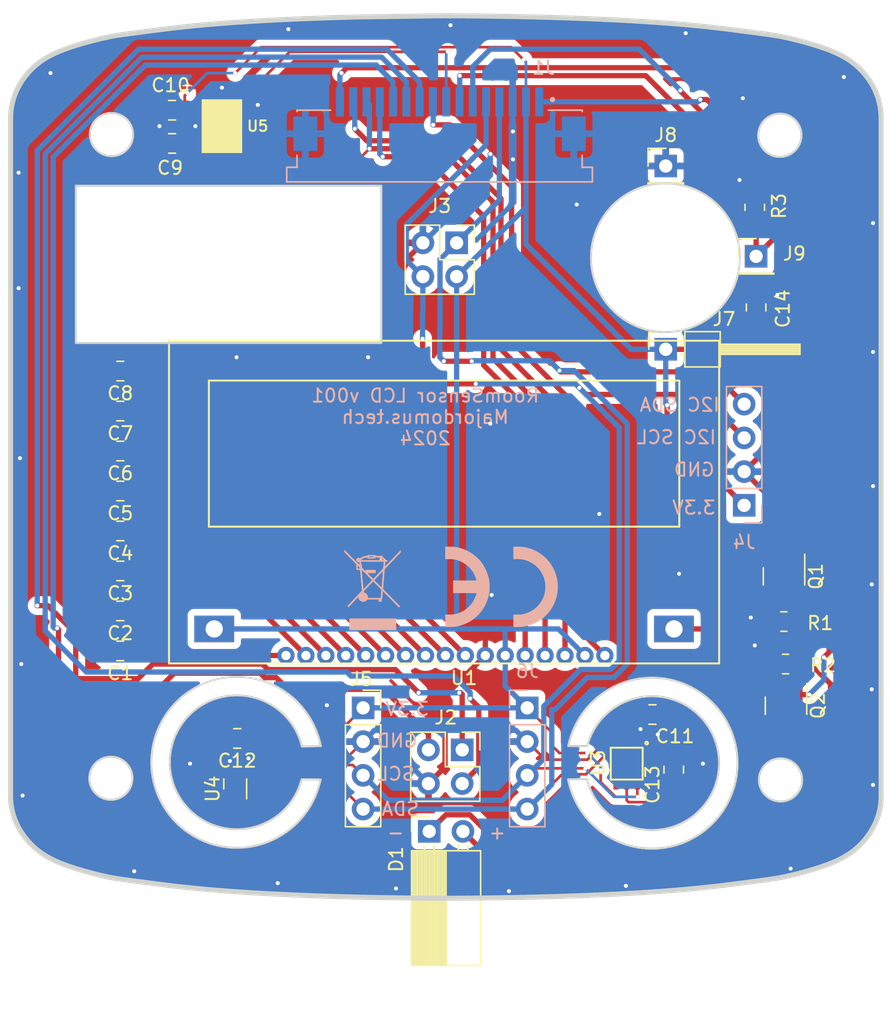
<source format=kicad_pcb>
(kicad_pcb (version 20240108) (generator "pcbnew") (generator_version "8.0")
  (layers (0 "F.Cu" signal) (31 "B.Cu" signal) (34 "B.Paste" user) (35 "F.Paste" user) (36 "B.SilkS" user "B.Silkscreen") (37 "F.SilkS" user "F.Silkscreen") (38 "B.Mask" user) (39 "F.Mask" user) (44 "Edge.Cuts" user))
  (net 0 "")
  (net 1 "GND")
  (net 2 "I2C_SCL")
  (net 3 "I2C_SDA")
  (net 4 "Net-(U1-V0)")
  (net 5 "Net-(U1-V1)")
  (net 6 "Net-(U1-V2)")
  (net 7 "+3.3V")
  (net 8 "Net-(U1-V3)")
  (net 9 "Net-(U1-V4)")
  (net 10 "Net-(U1-C2-)")
  (net 11 "Net-(U1-C2+)")
  (net 12 "Net-(U1-C1+)")
  (net 13 "Net-(U1-C1-)")
  (net 14 "Net-(U1-VOUT)")
  (net 15 "/LCD_BACKLIGHT")
  (net 16 "+5V")
  (net 17 "/PIR")
  (net 18 "/SW_ENTER")
  (net 19 "/SW_MINUS")
  (net 20 "/SW_PLUS")
  (net 21 "Net-(C11-Pad1)")
  (net 22 "Net-(D1-K)")
  (net 23 "/LCD_A0")
  (net 24 "Net-(Q1-D)")
  (net 25 "Net-(U1-LED_Kathode_+)")
  (net 26 "Net-(D1-A)")
  (net 27 "/SPI_MISO")
  (net 28 "/LCD_CS")
  (net 29 "/SPI_MOSI")
  (net 30 "/SPI_SCLK")
  (net 31 "/LED_AMBIENT")
  (footprint "Capacitor_SMD:C_0805_2012Metric" (layer "F.Cu") (at 100.75 68.4 180)
    (property "Reference" "C10")
    (property "Value" "1uF")
  )
  (footprint "Resistor_SMD:R_0805_2012Metric" (layer "F.Cu") (at 144.6 75.7125 90)
    (property "Reference" "R3")
    (property "Value" "100k")
  )
  (footprint "Package_TO_SOT_SMD:SOT-23" (layer "F.Cu") (at 146.95 113.2375 -90)
    (property "Reference" "Q2")
    (property "Value" "MMBF170")
  )
  (footprint "MyFootprint:SGP40" (layer "F.Cu") (at 136.4625 117.6 -90)
    (property "Reference" "U3")
    (property "Value" "SGP40")
  )
  (footprint "Package_TO_SOT_SMD:SOT-23" (layer "F.Cu") (at 146.8 103.5 -90)
    (property "Reference" "Q1")
    (property "Value" "MMBF170")
  )
  (footprint "Capacitor_SMD:C_0805_2012Metric" (layer "F.Cu") (at 96.85 91.05 180)
    (property "Reference" "C7")
    (property "Value" "1uF")
  )
  (footprint "Capacitor_SMD:C_0805_2012Metric" (layer "F.Cu") (at 105.65 115.7 180)
    (property "Reference" "C12")
    (property "Value" "1uF")
  )
  (footprint "Connector_PinHeader_2.54mm:PinHeader_1x01_P2.54mm_Vertical" (layer "F.Cu") (at 137.9 72.6)
    (property "Reference" "J8")
    (property "Value" "Conn_01x01")
  )
  (footprint "Capacitor_SMD:C_0805_2012Metric" (layer "F.Cu") (at 96.85 97.07 180)
    (property "Reference" "C5")
    (property "Value" "100nF")
  )
  (footprint "Sensor_Humidity:Sensirion_DFN-4_1.5x1.5mm_P0.8mm_SHT4x_NoCentralPad" (layer "F.Cu") (at 105.5 119.5 90)
    (property "Reference" "U4")
    (property "Value" "SHT41-AD1F-R2 ")
  )
  (footprint "Connector_PinHeader_2.54mm:PinHeader_1x01_P2.54mm_Horizontal" (layer "F.Cu") (at 137.9 86.4)
    (property "Reference" "J7")
    (property "Value" "Conn_01x01")
  )
  (footprint "MyFootprint:NHD-C12832A1Z" (layer "F.Cu") (at 100.5201 110.0557)
    (property "Reference" "U1")
    (property "Value" "NHD-C12832A1Z-NSW-BBW-3V3")
  )
  (footprint "Capacitor_SMD:C_0805_2012Metric" (layer "F.Cu") (at 144.7 83.25 90)
    (property "Reference" "C14")
    (property "Value" "1uF")
  )
  (footprint "Connector_PinSocket_2.54mm:PinSocket_1x04_P2.54mm_Vertical" (layer "F.Cu") (at 115.125 113.4)
    (property "Reference" "J5")
    (property "Value" "Conn_01x04")
  )
  (footprint "Connector_PinSocket_2.54mm:PinSocket_2x02_P2.54mm_Vertical" (layer "F.Cu") (at 122.5804 116.5606)
    (property "Reference" "J2")
    (property "Value" "Conn_02x02_Odd_Even")
  )
  (footprint "Capacitor_SMD:C_0805_2012Metric" (layer "F.Cu") (at 100.75 70.9 180)
    (property "Reference" "C9")
    (property "Value" "1uF")
  )
  (footprint "Capacitor_SMD:C_0805_2012Metric" (layer "F.Cu") (at 96.85 103.09 180)
    (property "Reference" "C3")
    (property "Value" "100nF")
  )
  (footprint "Capacitor_SMD:C_0805_2012Metric" (layer "F.Cu") (at 138.5 118.05 90)
    (property "Reference" "C13")
    (property "Value" "1uF")
  )
  (footprint "Capacitor_SMD:C_0805_2012Metric" (layer "F.Cu") (at 96.85 109.11 180)
    (property "Reference" "C1")
    (property "Value" "100nF")
  )
  (footprint "Resistor_SMD:R_0805_2012Metric" (layer "F.Cu") (at 146.7875 106.9 180)
    (property "Reference" "R1")
    (property "Value" "1k5")
  )
  (footprint "Capacitor_SMD:C_0805_2012Metric" (layer "F.Cu") (at 96.85 106.1 180)
    (property "Reference" "C2")
    (property "Value" "100nF")
  )
  (footprint "Resistor_SMD:R_0805_2012Metric" (layer "F.Cu") (at 146.9125 110.1 180)
    (property "Reference" "R2")
    (property "Value" "R")
  )
  (footprint "Capacitor_SMD:C_0805_2012Metric" (layer "F.Cu") (at 96.85 88.04 180)
    (property "Reference" "C8")
    (property "Value" "1uF")
  )
  (footprint "Capacitor_SMD:C_0805_2012Metric" (layer "F.Cu") (at 136.9 113.9 180)
    (property "Reference" "C11")
    (property "Value" "1uF")
  )
  (footprint "MyFootprint:MIC-PACK" (layer "F.Cu") (at 104.5 69.6 180)
    (property "Reference" "U5")
    (property "Value" "MP34DT05-A")
  )
  (footprint "Connector_PinSocket_2.54mm:PinSocket_2x02_P2.54mm_Vertical" (layer "F.Cu") (at 122.16392 78.384685)
    (property "Reference" "J3")
    (property "Value" "Conn_02x02_Odd_Even")
  )
  (footprint "Connector_PinHeader_2.54mm:PinHeader_1x01_P2.54mm_Vertical" (layer "F.Cu") (at 144.7 79.4)
    (property "Reference" "J9")
    (property "Value" "Conn_01x01")
  )
  (footprint "Connector_PinSocket_2.54mm:PinSocket_1x02_P2.54mm_Horizontal" (layer "F.Cu") (at 120.1 122.7 90)
    (property "Reference" "D1")
    (property "Value" "LED LL-234WC2Q-W5-3P")
  )
  (footprint "Capacitor_SMD:C_0805_2012Metric" (layer "F.Cu") (at 96.85 100.08 180)
    (property "Reference" "C4")
    (property "Value" "100nF")
  )
  (footprint "Capacitor_SMD:C_0805_2012Metric" (layer "F.Cu") (at 96.85 94.06 180)
    (property "Reference" "C6")
    (property "Value" "1uF")
  )
  (footprint "Symbol:CE-Logo_8.5x6mm_SilkScreen" (layer "B.Cu") (at 125.54 104.28 180)
    (property "Reference" "REF**" (hide yes))
    (property "Value" "CE-Logo_8.5x6mm_SilkScreen" (hide yes))
  )
  (footprint "Connector_PinSocket_2.54mm:PinSocket_1x04_P2.54mm_Vertical" (layer "B.Cu") (at 143.8 98.15)
    (property "Reference" "J4")
    (property "Value" "Conn_01x04")
  )
  (footprint "Symbol:WEEE-Logo_4.2x6mm_SilkScreen" (layer "B.Cu") (at 115.84 104.52 180)
    (property "Reference" "REF**" (hide yes))
    (property "Value" "WEEE-Logo_4.2x6mm_SilkScreen" (hide yes))
  )
  (footprint "Connector_PinSocket_2.54mm:PinSocket_1x04_P2.54mm_Vertical" (layer "B.Cu") (at 127.475 113.4 180)
    (property "Reference" "J6")
    (property "Value" "Conn_01x04")
  )
  (footprint "MyFootprint:WURTH_68611614422" (layer "B.Cu") (at 120.8786 67.766 180)
    (property "Reference" "J1")
    (property "Value" "68611614422")
  )
  (gr_line (start 89.378387 66.30643) (end 89.285198 66.461008) (stroke (width 0.377952)) (layer "Edge.Cuts"))
  (gr_line (start 92.910813 63.718875) (end 92.517098 63.862851) (stroke (width 0.377952)) (layer "Edge.Cuts"))
  (gr_line (start 123.574883 127.720588) (end 124.162995 127.714408) (stroke (width 0.377952)) (layer "Edge.Cuts"))
  (gr_arc (start 111.922497 118.8) (mid 99.189892 117.460411) (end 111.938021 116.277641) (stroke (width 0.15)) (layer "Edge.Cuts"))
  (gr_line (start 137.024281 61.772738) (end 136.64772 61.747473) (stroke (width 0.377952)) (layer "Edge.Cuts"))
  (gr_line (start 140.534866 62.066193) (end 140.261368 62.038906) (stroke (width 0.377952)) (layer "Edge.Cuts"))
  (gr_line (start 150.622543 124.978347) (end 150.825257 124.886008) (stroke (width 0.377952)) (layer "Edge.Cuts"))
  (gr_line (start 154.107727 69.091652) (end 154.106468 68.897231) (stroke (width 0.377952)) (layer "Edge.Cuts"))
  (gr_line (start 147.598885 125.943916) (end 147.796284 125.893813) (stroke (width 0.377952)) (layer "Edge.Cuts"))
  (gr_line (start 91.419095 64.371036) (end 91.250266 64.469531) (stroke (width 0.377952)) (layer "Edge.Cuts"))
  (gr_line (start 154.061386 68.322547) (end 154.032372 68.133715) (stroke (width 0.377952)) (layer "Edge.Cuts"))
  (gr_line (start 151.023003 124.789344) (end 151.21555 124.688056) (stroke (width 0.377952)) (layer "Edge.Cuts"))
  (gr_line (start 130.567395 116.260411) (end 131.989892 116.272014) (stroke (width 0.15)) (layer "Edge.Cuts"))
  (gr_line (start 139.07412 127.092864) (end 139.37492 127.066489) (stroke (width 0.377952)) (layer "Edge.Cuts"))
  (gr_line (start 139.388497 61.95735) (end 139.079369 61.930366) (stroke (width 0.377952)) (layer "Edge.Cuts"))
  (gr_line (start 135.563694 127.344466) (end 135.956455 127.320762) (stroke (width 0.377952)) (layer "Edge.Cuts"))
  (gr_line (start 109.242935 127.455894) (end 109.690109 127.476546) (stroke (width 0.377952)) (layer "Edge.Cuts"))
  (gr_line (start 154.032219 120.930892) (end 154.060288 120.758285) (stroke (width 0.377952)) (layer "Edge.Cuts"))
  (gr_line (start 113.749071 61.40354) (end 113.278547 61.416977) (stroke (width 0.377952)) (layer "Edge.Cuts"))
  (gr_line (start 111.565455 127.552802) (end 112.055405 127.570136) (stroke (width 0.377952)) (layer "Edge.Cuts"))
  (gr_line (start 113.278547 61.416977) (end 112.814549 61.431051) (stroke (width 0.377952)) (layer "Edge.Cuts"))
  (gr_line (start 121.654606 61.28866) (end 121.634483 61.288555) (stroke (width 0.377952)) (layer "Edge.Cuts"))
  (gr_line (start 142.665135 62.308462) (end 142.235928 62.255614) (stroke (width 0.377952)) (layer "Edge.Cuts"))
  (gr_line (start 100.991539 126.827842) (end 101.221871 126.85414) (stroke (width 0.377952)) (layer "Edge.Cuts"))
  (gr_line (start 95.106653 125.943916) (end 95.295626 125.990356) (stroke (width 0.377952)) (layer "Edge.Cuts"))
  (gr_line (start 112.35717 61.445747) (end 111.906494 61.461049) (stroke (width 0.377952)) (layer "Edge.Cuts"))
  (gr_line (start 96.167616 62.841874) (end 95.888933 62.897161) (stroke (width 0.377952)) (layer "Edge.Cuts"))
  (gr_line (start 151.21555 124.688056) (end 151.402718 124.581863) (stroke (width 0.377952)) (layer "Edge.Cuts"))
  (gr_line (start 99.726942 126.67356) (end 100.128693 126.724174) (stroke (width 0.377952)) (layer "Edge.Cuts"))
  (gr_line (start 103.835104 61.912657) (end 103.555103 61.936486) (stroke (width 0.377952)) (layer "Edge.Cuts"))
  (gr_line (start 116.260758 127.68032) (end 116.82045 127.690223) (stroke (width 0.377952)) (layer "Edge.Cuts"))
  (gr_line (start 152.253807 123.971732) (end 152.406403 123.834056) (stroke (width 0.377952)) (layer "Edge.Cuts"))
  (gr_line (start 139.666969 127.040008) (end 139.950428 127.01345) (stroke (width 0.377952)) (layer "Edge.Cuts"))
  (gr_line (start 108.166535 61.623133) (end 107.787539 61.643499) (stroke (width 0.377952)) (layer "Edge.Cuts"))
  (gr_line (start 103.038566 127.040008) (end 103.330612 127.066489) (stroke (width 0.377952)) (layer "Edge.Cuts"))
  (gr_line (start 105.270962 127.22219) (end 105.62653 127.247329) (stroke (width 0.377952)) (layer "Edge.Cuts"))
  (gr_line (start 110.595612 61.510425) (end 110.172653 61.527982) (stroke (width 0.377952)) (layer "Edge.Cuts"))
  (gr_line (start 94.908327 63.128107) (end 94.721118 63.176993) (stroke (width 0.377952)) (layer "Edge.Cuts"))
  (gr_line (start 152.954567 123.240943) (end 153.075409 123.08448) (stroke (width 0.377952)) (layer "Edge.Cuts"))
  (gr_line (start 140.261368 62.038906) (end 139.979302 62.01165) (stroke (width 0.377952)) (layer "Edge.Cuts"))
  (gr_line (start 142.978588 126.67356) (end 143.364216 126.624) (stroke (width 0.377952)) (layer "Edge.Cuts"))
  (gr_line (start 101.702828 126.907058) (end 101.954155 126.933624) (stroke (width 0.377952)) (layer "Edge.Cuts"))
  (gr_line (start 94.909252 125.893813) (end 95.106653 125.943916) (stroke (width 0.377952)) (layer "Edge.Cuts"))
  (gr_line (start 97.222291 62.676521) (end 96.952971 62.71396) (stroke (width 0.377952)) (layer "Edge.Cuts"))
  (gr_line (start 90.012354 123.545074) (end 90.15263 123.691699) (stroke (width 0.377952)) (layer "Edge.Cuts"))
  (gr_line (start 97.503501 62.638782) (end 97.222291 62.676521) (stroke (width 0.377952)) (layer "Edge.Cuts"))
  (gr_line (start 145.562599 62.687374) (end 145.24865 62.644983) (stroke (width 0.377952)) (layer "Edge.Cuts"))
  (gr_line (start 95.295626 125.990356) (end 95.475966 126.033118) (stroke (width 0.377952)) (layer "Edge.Cuts"))
  (gr_line (start 147.409908 125.990356) (end 147.598885 125.943916) (stroke (width 0.377952)) (layer "Edge.Cuts"))
  (gr_line (start 145.24865 62.644983) (end 144.918335 62.601279) (stroke (width 0.377952)) (layer "Edge.Cuts"))
  (gr_line (start 102.755103 127.01345) (end 103.038566 127.040008) (stroke (width 0.377952)) (layer "Edge.Cuts"))
  (gr_line (start 90.610331 124.1044) (end 90.774831 124.231822) (stroke (width 0.377952)) (layer "Edge.Cuts"))
  (gr_line (start 153.6241 66.848162) (end 153.535462 66.670027) (stroke (width 0.377952)) (layer "Edge.Cuts"))
  (gr_line (start 88.604723 68.747903) (end 88.597809 69.091652) (stroke (width 0.377952)) (layer "Edge.Cuts"))
  (gr_line (start 141.483666 126.85414) (end 141.713997 126.827842) (stroke (width 0.377952)) (layer "Edge.Cuts"))
  (gr_line (start 115.708378 127.669509) (end 116.260758 127.68032) (stroke (width 0.377952)) (layer "Edge.Cuts"))
  (gr_line (start 152.076779 64.902168) (end 151.905361 64.770375) (stroke (width 0.377952)) (layer "Edge.Cuts"))
  (gr_line (start 114.096134 127.63185) (end 114.625961 127.645263) (stroke (width 0.377952)) (layer "Edge.Cuts"))
  (gr_line (start 102.262655 62.056919) (end 102.024656 62.081114) (stroke (width 0.377952)) (layer "Edge.Cuts"))
  (gr_line (start 107.052242 61.685398) (end 106.696024 61.706889) (stroke (width 0.377952)) (layer "Edge.Cuts"))
  (gr_line (start 153.535462 66.670027) (end 153.439072 66.493545) (stroke (width 0.377952)) (layer "Edge.Cuts"))
  (gr_line (start 138.095303 61.850448) (end 137.748043 61.824258) (stroke (width 0.377952)) (layer "Edge.Cuts"))
  (gr_line (start 152.827103 123.394645) (end 152.954567 123.240943) (stroke (width 0.377952)) (layer "Edge.Cuts"))
  (gr_line (start 148.430424 125.723449) (end 148.874928 125.59571) (stroke (width 0.377952)) (layer "Edge.Cuts"))
  (gr_line (start 90.299128 123.834056) (end 90.45173 123.971732) (stroke (width 0.377952)) (layer "Edge.Cuts"))
  (gr_line (start 89.198075 66.617096) (end 89.117044 66.774526) (stroke (width 0.377952)) (layer "Edge.Cuts"))
  (gr_line (start 128.260796 61.385167) (end 127.711983 61.371895) (stroke (width 0.377952)) (layer "Edge.Cuts"))
  (gr_circle (center 146.484409 70.284691) (end 147.729009 71.326091) (stroke (width 0.15)) (fill none) (layer "Edge.Cuts"))
  (gr_line (start 113.574051 127.617614) (end 114.096134 127.63185) (stroke (width 0.377952)) (layer "Edge.Cuts"))
  (gr_line (start 95.647923 126.072303) (end 95.812112 126.108108) (stroke (width 0.377952)) (layer "Edge.Cuts"))
  (gr_line (start 153.730683 121.945274) (end 153.79718 121.778503) (stroke (width 0.377952)) (layer "Edge.Cuts"))
  (gr_line (start 108.804638 127.434653) (end 109.242935 127.455894) (stroke (width 0.377952)) (layer "Edge.Cuts"))
  (gr_line (start 92.135888 64.018181) (end 91.769406 64.186886) (stroke (width 0.377952)) (layer "Edge.Cuts"))
  (gr_line (start 146.893421 126.108108) (end 147.05761 126.072303) (stroke (width 0.377952)) (layer "Edge.Cuts"))
  (gr_line (start 148.001438 125.840209) (end 148.213265 125.783324) (stroke (width 0.377952)) (layer "Edge.Cuts"))
  (gr_line (start 145.722145 126.311988) (end 146.009125 126.269614) (stroke (width 0.377952)) (layer "Edge.Cuts"))
  (gr_circle (center 96.14416 118.699872) (end 97.38876 119.741272) (stroke (width 0.15)) (fill none) (layer "Edge.Cuts"))
  (gr_line (start 121.38504 127.734939) (end 121.462055 127.734657) (stroke (width 0.377952)) (layer "Edge.Cuts"))
  (gr_line (start 91.302816 124.581863) (end 91.489984 124.688056) (stroke (width 0.377952)) (layer "Edge.Cuts"))
  (gr_line (start 102.024656 62.081114) (end 101.793057 62.105296) (stroke (width 0.377952)) (layer "Edge.Cuts"))
  (gr_line (start 90.925523 64.680403) (end 90.7697 64.793041) (stroke (width 0.377952)) (layer "Edge.Cuts"))
  (gr_line (start 121.634483 61.288555) (end 121.594238 61.288348) (stroke (width 0.377952)) (layer "Edge.Cuts"))
  (gr_line (start 112.055405 127.570136) (end 112.553566 127.586738) (stroke (width 0.377952)) (layer "Edge.Cuts"))
  (gr_line (start 135.459419 61.674035) (end 135.043888 61.650446) (stroke (width 0.377952)) (layer "Edge.Cuts"))
  (gr_line (start 133.900894 127.434653) (end 134.330231 127.412864) (stroke (width 0.377952)) (layer "Edge.Cuts"))
  (gr_line (start 120.327667 127.730079) (end 120.936493 127.733375) (stroke (width 0.377952)) (layer "Edge.Cuts"))
  (gr_line (start 93.381511 125.458175) (end 93.830608 125.59571) (stroke (width 0.377952)) (layer "Edge.Cuts"))
  (gr_line (start 91.121164 124.470523) (end 91.302816 124.581863) (stroke (width 0.377952)) (layer "Edge.Cuts"))
  (gr_line (start 89.477585 66.153584) (end 89.378387 66.30643) (stroke (width 0.377952)) (layer "Edge.Cuts"))
  (gr_line (start 142.576843 126.724174) (end 142.978588 126.67356) (stroke (width 0.377952)) (layer "Edge.Cuts"))
  (gr_line (start 154.098366 68.704262) (end 154.083359 68.512715) (stroke (width 0.377952)) (layer "Edge.Cuts"))
  (gr_line (start 94.275108 125.723449) (end 94.49227 125.783324) (stroke (width 0.377952)) (layer "Edge.Cuts"))
  (gr_line (start 151.164078 64.303814) (end 150.965229 64.201253) (stroke (width 0.377952)) (layer "Edge.Cuts"))
  (gr_line (start 89.117044 66.774526) (end 89.042092 66.933182) (stroke (width 0.377952)) (layer "Edge.Cuts"))
  (gr_line (start 146.293274 126.223487) (end 146.584469 126.170661) (stroke (width 0.377952)) (layer "Edge.Cuts"))
  (gr_line (start 152.977272 65.809875) (end 152.843552 65.646671) (stroke (width 0.377952)) (layer "Edge.Cuts"))
  (gr_line (start 154.032372 68.133715) (end 153.996208 67.946184) (stroke (width 0.377952)) (layer "Edge.Cuts"))
  (gr_line (start 136.714131 127.272163) (end 137.079006 127.247329) (stroke (width 0.377952)) (layer "Edge.Cuts"))
  (gr_line (start 128.609398 127.63185) (end 129.131485 127.617614) (stroke (width 0.377952)) (layer "Edge.Cuts"))
  (gr_line (start 124.256573 61.311126) (end 123.654453 61.304267) (stroke (width 0.377952)) (layer "Edge.Cuts"))
  (gr_line (start 127.711983 61.371895) (end 127.155251 61.359492) (stroke (width 0.377952)) (layer "Edge.Cuts"))
  (gr_line (start 99.074703 62.432304) (end 98.742159 62.475808) (stroke (width 0.377952)) (layer "Edge.Cuts"))
  (gr_line (start 95.429495 62.999311) (end 95.262858 63.039199) (stroke (width 0.377952)) (layer "Edge.Cuts"))
  (gr_line (start 95.888933 62.897161) (end 95.742055 62.928436) (stroke (width 0.377952)) (layer "Edge.Cuts"))
  (gr_line (start 108.3753 127.412864) (end 108.804638 127.434653) (stroke (width 0.377952)) (layer "Edge.Cuts"))
  (gr_line (start 138.764427 127.119109) (end 139.07412 127.092864) (stroke (width 0.377952)) (layer "Edge.Cuts"))
  (gr_line (start 151.402718 124.581863) (end 151.58437 124.470523) (stroke (width 0.377952)) (layer "Edge.Cuts"))
  (gr_line (start 139.688412 61.984454) (end 139.388497 61.95735) (stroke (width 0.377952)) (layer "Edge.Cuts"))
  (gr_line (start 103.631412 127.092864) (end 103.941109 127.119109) (stroke (width 0.377952)) (layer "Edge.Cuts"))
  (gr_line (start 153.657517 122.111182) (end 153.730683 121.945274) (stroke (width 0.377952)) (layer "Edge.Cuts"))
  (gr_line (start 144.573235 62.555888) (end 144.216194 62.508982) (stroke (width 0.377952)) (layer "Edge.Cuts"))
  (gr_line (start 120.955612 61.289163) (end 114.709355 61.378635) (stroke (width 0.377952)) (layer "Edge.Cuts"))
  (gr_line (start 131.870522 61.50085) (end 131.380593 61.482042) (stroke (width 0.377952)) (layer "Edge.Cuts"))
  (gr_line (start 96.121062 126.170661) (end 96.412262 126.223487) (stroke (width 0.377952)) (layer "Edge.Cuts"))
  (gr_line (start 142.156311 126.775657) (end 142.576843 126.724174) (stroke (width 0.377952)) (layer "Edge.Cuts"))
  (gr_line (start 121.33318 127.734992) (end 121.352768 127.735053) (stroke (width 0.377952)) (layer "Edge.Cuts"))
  (gr_line (start 127.542122 127.657813) (end 128.079575 127.645263) (stroke (width 0.377952)) (layer "Edge.Cuts"))
  (gr_line (start 145.424893 126.353111) (end 145.722145 126.311988) (stroke (width 0.377952)) (layer "Edge.Cuts"))
  (gr_line (start 150.825257 124.886008) (end 151.023003 124.789344) (stroke (width 0.377952)) (layer "Edge.Cuts"))
  (gr_line (start 121.769039 127.733375) (end 122.377865 127.730079) (stroke (width 0.377952)) (layer "Edge.Cuts"))
  (gr_line (start 108.946949 61.583677) (end 108.553023 61.603187) (stroke (width 0.377952)) (layer "Edge.Cuts"))
  (gr_line (start 89.750971 123.240943) (end 89.878424 123.394645) (stroke (width 0.377952)) (layer "Edge.Cuts"))
  (gr_line (start 90.45173 123.971732) (end 90.610331 124.1044) (stroke (width 0.377952)) (layer "Edge.Cuts"))
  (gr_line (start 121.372357 127.734992) (end 121.38504 127.734939) (stroke (width 0.377952)) (layer "Edge.Cuts"))
  (gr_line (start 100.524109 62.249032) (end 100.140242 62.296017) (stroke (width 0.377952)) (layer "Edge.Cuts"))
  (gr_line (start 148.300751 63.262304) (end 148.080151 63.20246) (stroke (width 0.377952)) (layer "Edge.Cuts"))
  (gr_line (start 150.120552 63.836961) (end 149.673626 63.677281) (stroke (width 0.377952)) (layer "Edge.Cuts"))
  (gr_line (start 134.750527 127.390548) (end 135.161701 127.367736) (stroke (width 0.377952)) (layer "Edge.Cuts"))
  (gr_line (start 105.62653 127.247329) (end 105.991406 127.272163) (stroke (width 0.377952)) (layer "Edge.Cuts"))
  (gr_line (start 143.736138 126.575607) (end 144.096581 126.528426) (stroke (width 0.377952)) (layer "Edge.Cuts"))
  (gr_line (start 96.412262 126.223487) (end 96.696404 126.269614) (stroke (width 0.377952)) (layer "Edge.Cuts"))
  (gr_line (start 90.618318 64.910536) (end 90.471474 65.032819) (stroke (width 0.377952)) (layer "Edge.Cuts"))
  (gr_line (start 150.965229 64.201253) (end 150.761196 64.103661) (stroke (width 0.377952)) (layer "Edge.Cuts"))
  (gr_line (start 128.801575 61.399296) (end 128.260796 61.385167) (stroke (width 0.377952)) (layer "Edge.Cuts"))
  (gr_line (start 121.243477 127.734657) (end 121.320492 127.734939) (stroke (width 0.377952)) (layer "Edge.Cuts"))
  (gr_line (start 153.778275 67.208851) (end 153.705017 67.027801) (stroke (width 0.377952)) (layer "Edge.Cuts"))
  (gr_line (start 88.607546 120.409446) (end 88.623348 120.584491) (stroke (width 0.377952)) (layer "Edge.Cuts"))
  (gr_line (start 144.216194 62.508982) (end 143.848366 62.46074) (stroke (width 0.377952)) (layer "Edge.Cuts"))
  (gr_line (start 121.513748 61.287933) (end 121.352768 61.287101) (stroke (width 0.377952)) (layer "Edge.Cuts"))
  (gr_line (start 106.696024 61.706889) (end 106.347469 61.728717) (stroke (width 0.377952)) (layer "Edge.Cuts"))
  (gr_line (start 148.755104 63.390682) (end 148.300751 63.262304) (stroke (width 0.377952)) (layer "Edge.Cuts"))
  (gr_line (start 133.015423 127.476546) (end 133.462597 127.455894) (stroke (width 0.377952)) (layer "Edge.Cuts"))
  (gr_line (start 137.43457 127.22219) (end 137.78085 127.196761) (stroke (width 0.377952)) (layer "Edge.Cuts"))
  (gr_line (start 147.094658 62.957504) (end 146.923592 62.919803) (stroke (width 0.377952)) (layer "Edge.Cuts"))
  (gr_line (start 94.49227 125.783324) (end 94.704097 125.840209) (stroke (width 0.377952)) (layer "Edge.Cuts"))
  (gr_line (start 122.979824 127.725814) (end 123.574883 127.720588) (stroke (width 0.377952)) (layer "Edge.Cuts"))
  (gr_line (start 135.956455 127.320762) (end 136.339943 127.296645) (stroke (width 0.377952)) (layer "Edge.Cuts"))
  (gr_line (start 99.341314 126.624) (end 99.726942 126.67356) (stroke (width 0.377952)) (layer "Edge.Cuts"))
  (gr_line (start 90.059465 65.426512) (end 89.932154 65.565773) (stroke (width 0.377952)) (layer "Edge.Cuts"))
  (gr_line (start 136.64772 61.747473) (end 136.261379 61.72258) (stroke (width 0.377952)) (layer "Edge.Cuts"))
  (gr_line (start 121.666966 61.288725) (end 121.657135 61.288675) (stroke (width 0.377952)) (layer "Edge.Cuts"))
  (gr_line (start 152.555741 65.333141) (end 152.402161 65.183824) (stroke (width 0.377952)) (layer "Edge.Cuts"))
  (gr_line (start 88.974847 121.945274) (end 89.048015 122.111182) (stroke (width 0.377952)) (layer "Edge.Cuts"))
  (gr_line (start 102.213131 126.960235) (end 102.480031 126.986854) (stroke (width 0.377952)) (layer "Edge.Cuts"))
  (gr_line (start 149.324021 125.458175) (end 149.769036 125.310523) (stroke (width 0.377952)) (layer "Edge.Cuts"))
  (gr_line (start 131.380593 61.482042) (end 130.881867 61.463953) (stroke (width 0.377952)) (layer "Edge.Cuts"))
  (gr_line (start 123.045025 61.298366) (end 122.428337 61.293431) (stroke (width 0.377952)) (layer "Edge.Cuts"))
  (gr_line (start 111.462618 61.476942) (end 111.025627 61.493407) (stroke (width 0.377952)) (layer "Edge.Cuts"))
  (gr_line (start 152.70295 65.487583) (end 152.555741 65.333141) (stroke (width 0.377952)) (layer "Edge.Cuts"))
  (gr_line (start 89.630126 123.08448) (end 89.750971 123.240943) (stroke (width 0.377952)) (layer "Edge.Cuts"))
  (gr_line (start 95.475966 126.033118) (end 95.647923 126.072303) (stroke (width 0.377952)) (layer "Edge.Cuts"))
  (gr_line (start 97.280642 126.353111) (end 97.59231 126.394752) (stroke (width 0.377952)) (layer "Edge.Cuts"))
  (gr_line (start 116.82045 127.690223) (end 117.387367 127.699218) (stroke (width 0.377952)) (layer "Edge.Cuts"))
  (gr_line (start 153.223175 66.146508) (end 153.10389 65.976663) (stroke (width 0.377952)) (layer "Edge.Cuts"))
  (gr_line (start 147.65992 63.093076) (end 147.462471 63.044022) (stroke (width 0.377952)) (layer "Edge.Cuts"))
  (gr_line (start 104.122538 61.88896) (end 103.835104 61.912657) (stroke (width 0.377952)) (layer "Edge.Cuts"))
  (gr_line (start 138.445709 127.145194) (end 138.764427 127.119109) (stroke (width 0.377952)) (layer "Edge.Cuts"))
  (gr_line (start 103.282437 61.960428) (end 103.016997 61.984466) (stroke (width 0.377952)) (layer "Edge.Cuts"))
  (gr_line (start 91.250266 64.469531) (end 91.085728 64.5726) (stroke (width 0.377952)) (layer "Edge.Cuts"))
  (gr_line (start 93.830608 125.59571) (end 94.275108 125.723449) (stroke (width 0.377952)) (layer "Edge.Cuts"))
  (gr_line (start 107.955008 127.390548) (end 108.3753 127.412864) (stroke (width 0.377952)) (layer "Edge.Cuts"))
  (gr_line (start 135.161701 127.367736) (end 135.563694 127.344466) (stroke (width 0.377952)) (layer "Edge.Cuts"))
  (gr_line (start 144.786545 126.437827) (end 145.113228 126.394752) (stroke (width 0.377952)) (layer "Edge.Cuts"))
  (gr_line (start 99.772028 62.342315) (end 99.417446 62.387787) (stroke (width 0.377952)) (layer "Edge.Cuts"))
  (gr_line (start 153.705017 67.027801) (end 153.6241 66.848162) (stroke (width 0.377952)) (layer "Edge.Cuts"))
  (gr_line (start 153.296845 122.765304) (end 153.397301 122.603393) (stroke (width 0.377952)) (layer "Edge.Cuts"))
  (gr_line (start 148.213265 125.783324) (end 148.430424 125.723449) (stroke (width 0.377952)) (layer "Edge.Cuts"))
  (gr_line (start 91.880275 124.886008) (end 92.08299 124.978347) (stroke (width 0.377952)) (layer "Edge.Cuts"))
  (gr_line (start 139.950428 127.01345) (end 140.225502 126.986854) (stroke (width 0.377952)) (layer "Edge.Cuts"))
  (gr_line (start 96.952971 62.71396) (end 96.432503 62.794471) (stroke (width 0.377952)) (layer "Edge.Cuts"))
  (gr_line (start 96.983389 126.311988) (end 97.280642 126.353111) (stroke (width 0.377952)) (layer "Edge.Cuts"))
  (gr_line (start 105.030138 61.818903) (end 104.719998 61.842063) (stroke (width 0.377952)) (layer "Edge.Cuts"))
  (gr_line (start 114.709355 61.378635) (end 114.226036 61.390753) (stroke (width 0.377952)) (layer "Edge.Cuts"))
  (gr_line (start 90.329288 65.159734) (end 90.191899 65.29106) (stroke (width 0.377952)) (layer "Edge.Cuts"))
  (gr_line (start 88.973197 67.09298) (end 88.910307 67.253864) (stroke (width 0.377952)) (layer "Edge.Cuts"))
  (gr_line (start 152.552906 123.691699) (end 152.693184 123.545074) (stroke (width 0.377952)) (layer "Edge.Cuts"))
  (gr_line (start 135.043888 61.650446) (end 134.618736 61.627351) (stroke (width 0.377952)) (layer "Edge.Cuts"))
  (gr_line (start 133.739853 61.582769) (end 133.286308 61.561342) (stroke (width 0.377952)) (layer "Edge.Cuts"))
  (gr_line (start 145.862553 62.729877) (end 145.562599 62.687374) (stroke (width 0.377952)) (layer "Edge.Cuts"))
  (gr_line (start 146.584469 126.170661) (end 146.736084 126.140777) (stroke (width 0.377952)) (layer "Edge.Cuts"))
  (gr_line (start 88.63331 68.408643) (end 88.604723 68.747903) (stroke (width 0.377952)) (layer "Edge.Cuts"))
  (gr_line (start 123.654453 61.304267) (end 123.045025 61.298366) (stroke (width 0.377952)) (layer "Edge.Cuts"))
  (gr_line (start 152.402161 65.183824) (end 152.242439 65.040057) (stroke (width 0.377952)) (layer "Edge.Cuts"))
  (gr_line (start 136.261379 61.72258) (end 135.865265 61.698089) (stroke (width 0.377952)) (layer "Edge.Cuts"))
  (gr_line (start 121.352768 127.735053) (end 121.372357 127.734992) (stroke (width 0.377952)) (layer "Edge.Cuts"))
  (gr_line (start 141.057236 62.120734) (end 140.800053 62.093478) (stroke (width 0.377952)) (layer "Edge.Cuts"))
  (gr_line (start 144.918335 62.601279) (end 144.573235 62.555888) (stroke (width 0.377952)) (layer "Edge.Cuts"))
  (gr_line (start 153.577599 122.276206) (end 153.657517 122.111182) (stroke (width 0.377952)) (layer "Edge.Cuts"))
  (gr_line (start 148.080151 63.20246) (end 147.866104 63.145953) (stroke (width 0.377952)) (layer "Edge.Cuts"))
  (gr_line (start 129.64571 127.602569) (end 130.151962 127.586738) (stroke (width 0.377952)) (layer "Edge.Cuts"))
  (gr_line (start 130.650124 127.570136) (end 131.140076 127.552802) (stroke (width 0.377952)) (layer "Edge.Cuts"))
  (gr_line (start 114.226036 61.390753) (end 113.749071 61.40354) (stroke (width 0.377952)) (layer "Edge.Cuts"))
  (gr_line (start 125.438667 61.327692) (end 124.851334 61.318937) (stroke (width 0.377952)) (layer "Edge.Cuts"))
  (gr_line (start 151.905361 64.770375) (end 151.728302 64.644759) (stroke (width 0.377952)) (layer "Edge.Cuts"))
  (gr_line (start 148.874928 125.59571) (end 149.324021 125.458175) (stroke (width 0.377952)) (layer "Edge.Cuts"))
  (gr_line (start 154.060288 120.758285) (end 154.082184 120.584491) (stroke (width 0.377952)) (layer "Edge.Cuts"))
  (gr_line (start 106.006598 61.750851) (end 105.673422 61.773275) (stroke (width 0.377952)) (layer "Edge.Cuts"))
  (gr_line (start 133.462597 127.455894) (end 133.900894 127.434653) (stroke (width 0.377952)) (layer "Edge.Cuts"))
  (gr_line (start 102.507261 62.032731) (end 102.262655 62.056919) (stroke (width 0.377952)) (layer "Edge.Cuts"))
  (gr_line (start 124.162995 127.714408) (end 124.744114 127.707282) (stroke (width 0.377952)) (layer "Edge.Cuts"))
  (gr_line (start 89.516002 122.925788) (end 89.630126 123.08448) (stroke (width 0.377952)) (layer "Edge.Cuts"))
  (gr_line (start 88.748156 121.272838) (end 88.795086 121.442313) (stroke (width 0.377952)) (layer "Edge.Cuts"))
  (gr_line (start 124.851334 61.318937) (end 124.256573 61.311126) (stroke (width 0.377952)) (layer "Edge.Cuts"))
  (gr_line (start 144.096581 126.528426) (end 144.446884 126.482452) (stroke (width 0.377952)) (layer "Edge.Cuts"))
  (gr_line (start 139.37492 127.066489) (end 139.666969 127.040008) (stroke (width 0.377952)) (layer "Edge.Cuts"))
  (gr_line (start 102.758653 62.008575) (end 102.507261 62.032731) (stroke (width 0.377952)) (layer "Edge.Cuts"))
  (gr_line (start 137.391049 61.798344) (end 137.024281 61.772738) (stroke (width 0.377952)) (layer "Edge.Cuts"))
  (gr_line (start 113.059822 127.602569) (end 113.574051 127.617614) (stroke (width 0.377952)) (layer "Edge.Cuts"))
  (gr_line (start 121.049858 61.288667) (end 121.049599 61.288667) (stroke (width 0.377952)) (layer "Edge.Cuts"))
  (gr_line (start 107.416092 61.664263) (end 107.052242 61.685398) (stroke (width 0.377952)) (layer "Edge.Cuts"))
  (gr_line (start 104.587656 127.171088) (end 104.924685 127.196761) (stroke (width 0.377952)) (layer "Edge.Cuts"))
  (gr_line (start 95.089077 63.082138) (end 94.908327 63.128107) (stroke (width 0.377952)) (layer "Edge.Cuts"))
  (gr_line (start 119.72571 127.725814) (end 120.327667 127.730079) (stroke (width 0.377952)) (layer "Edge.Cuts"))
  (gr_line (start 96.432503 62.794471) (end 96.167616 62.841874) (stroke (width 0.377952)) (layer "Edge.Cuts"))
  (gr_line (start 139.979302 62.01165) (end 139.688412 61.984454) (stroke (width 0.377952)) (layer "Edge.Cuts"))
  (gr_line (start 152.406403 123.834056) (end 152.552906 123.691699) (stroke (width 0.377952)) (layer "Edge.Cuts"))
  (gr_line (start 120.936493 127.733375) (end 121.243477 127.734657) (stroke (width 0.377952)) (layer "Edge.Cuts"))
  (gr_line (start 105.347939 61.795967) (end 105.030138 61.818903) (stroke (width 0.377952)) (layer "Edge.Cuts"))
  (gr_line (start 89.408687 122.765304) (end 89.516002 122.925788) (stroke (width 0.377952)) (layer "Edge.Cuts"))
  (gr_line (start 147.796284 125.893813) (end 148.001438 125.840209) (stroke (width 0.377952)) (layer "Edge.Cuts"))
  (gr_line (start 129.131485 127.617614) (end 129.64571 127.602569) (stroke (width 0.377952)) (layer "Edge.Cuts"))
  (gr_line (start 153.902077 67.574948) (end 153.843933 67.391246) (stroke (width 0.377952)) (layer "Edge.Cuts"))
  (gr_line (start 90.94514 124.353873) (end 91.121164 124.470523) (stroke (width 0.377952)) (layer "Edge.Cuts"))
  (gr_line (start 147.229569 126.033118) (end 147.409908 125.990356) (stroke (width 0.377952)) (layer "Edge.Cuts"))
  (gr_line (start 98.258646 126.482452) (end 98.608953 126.528426) (stroke (width 0.377952)) (layer "Edge.Cuts"))
  (gr_line (start 107.787539 61.643499) (end 107.416092 61.664263) (stroke (width 0.377952)) (layer "Edge.Cuts"))
  (gr_line (start 154.082184 120.584491) (end 154.097984 120.409446) (stroke (width 0.377952)) (layer "Edge.Cuts"))
  (gr_line (start 111.938021 116.277641) (end 110.522498 116.3) (stroke (width 0.15)) (layer "Edge.Cuts"))
  (gr_line (start 147.462471 63.044022) (end 147.274101 62.998853) (stroke (width 0.377952)) (layer "Edge.Cuts"))
  (gr_line (start 147.866104 63.145953) (end 147.65992 63.093076) (stroke (width 0.377952)) (layer "Edge.Cuts"))
  (gr_line (start 104.417482 61.865423) (end 104.122538 61.88896) (stroke (width 0.377952)) (layer "Edge.Cuts"))
  (gr_line (start 105.991406 127.272163) (end 106.365593 127.296645) (stroke (width 0.377952)) (layer "Edge.Cuts"))
  (gr_line (start 90.191899 65.29106) (end 90.059465 65.426512) (stroke (width 0.377952)) (layer "Edge.Cuts"))
  (gr_line (start 131.621697 127.534744) (end 132.094864 127.515998) (stroke (width 0.377952)) (layer "Edge.Cuts"))
  (gr_line (start 125.318165 127.699218) (end 125.885082 127.690223) (stroke (width 0.377952)) (layer "Edge.Cuts"))
  (gr_line (start 98.742159 62.475808) (end 98.418497 62.518287) (stroke (width 0.377952)) (layer "Edge.Cuts"))
  (gr_line (start 98.608953 126.528426) (end 98.969391 126.575607) (stroke (width 0.377952)) (layer "Edge.Cuts"))
  (gr_line (start 133.286308 61.561342) (end 132.823502 61.540528) (stroke (width 0.377952)) (layer "Edge.Cuts"))
  (gr_line (start 153.996208 67.946184) (end 153.952805 67.759932) (stroke (width 0.377952)) (layer "Edge.Cuts"))
  (gr_line (start 144.446884 126.482452) (end 144.786545 126.437827) (stroke (width 0.377952)) (layer "Edge.Cuts"))
  (gr_line (start 152.843552 65.646671) (end 152.70295 65.487583) (stroke (width 0.377952)) (layer "Edge.Cuts"))
  (gr_line (start 141.246689 126.880553) (end 141.483666 126.85414) (stroke (width 0.377952)) (layer "Edge.Cuts"))
  (gr_line (start 147.274101 62.998853) (end 147.094658 62.957504) (stroke (width 0.377952)) (layer "Edge.Cuts"))
  (gr_line (start 121.686623 61.288827) (end 121.666966 61.288725) (stroke (width 0.377952)) (layer "Edge.Cuts"))
  (gr_line (start 92.08299 124.978347) (end 92.502078 125.151275) (stroke (width 0.377952)) (layer "Edge.Cuts"))
  (gr_line (start 130.551871 118.78277) (end 131.967394 118.760411) (stroke (width 0.15)) (layer "Edge.Cuts"))
  (gr_line (start 151.728302 64.644759) (end 151.5457 64.525264) (stroke (width 0.377952)) (layer "Edge.Cuts"))
  (gr_line (start 100.549219 126.775657) (end 100.991539 126.827842) (stroke (width 0.377952)) (layer "Edge.Cuts"))
  (gr_line (start 110.610665 127.515998) (end 111.083838 127.534744) (stroke (width 0.377952)) (layer "Edge.Cuts"))
  (gr_line (start 151.760391 124.353873) (end 151.930702 124.231822) (stroke (width 0.377952)) (layer "Edge.Cuts"))
  (gr_line (start 90.7697 64.793041) (end 90.618318 64.910536) (stroke (width 0.377952)) (layer "Edge.Cuts"))
  (gr_line (start 89.285198 66.461008) (end 89.198075 66.617096) (stroke (width 0.377952)) (layer "Edge.Cuts"))
  (gr_line (start 96.696404 126.269614) (end 96.983389 126.311988) (stroke (width 0.377952)) (layer "Edge.Cuts"))
  (gr_line (start 118.542538 127.714408) (end 119.13065 127.720588) (stroke (width 0.377952)) (layer "Edge.Cuts"))
  (gr_line (start 146.155216 62.774935) (end 145.862553 62.729877) (stroke (width 0.377952)) (layer "Edge.Cuts"))
  (gr_line (start 106.347469 61.728717) (end 106.006598 61.750851) (stroke (width 0.377952)) (layer "Edge.Cuts"))
  (gr_line (start 152.242439 65.040057) (end 152.076779 64.902168) (stroke (width 0.377952)) (layer "Edge.Cuts"))
  (gr_line (start 153.79718 121.778503) (end 153.857071 121.610854) (stroke (width 0.377952)) (layer "Edge.Cuts"))
  (gr_line (start 111.083838 127.534744) (end 111.565455 127.552802) (stroke (width 0.377952)) (layer "Edge.Cuts"))
  (gr_circle (center 137.873809 79.504891) (end 143.473809 79.504891) (stroke (width 0.15)) (fill none) (layer "Edge.Cuts"))
  (gr_line (start 147.05761 126.072303) (end 147.229569 126.033118) (stroke (width 0.377952)) (layer "Edge.Cuts"))
  (gr_line (start 141.548973 62.175043) (end 141.306755 62.14793) (stroke (width 0.377952)) (layer "Edge.Cuts"))
  (gr_line (start 94.129871 63.339132) (end 93.72234 63.457983) (stroke (width 0.377952)) (layer "Edge.Cuts"))
  (gr_line (start 101.348156 62.15354) (end 100.925943 62.201498) (stroke (width 0.377952)) (layer "Edge.Cuts"))
  (gr_line (start 125.885082 127.690223) (end 126.444775 127.68032) (stroke (width 0.377952)) (layer "Edge.Cuts"))
  (gr_line (start 153.075409 123.08448) (end 153.18953 122.925788) (stroke (width 0.377952)) (layer "Edge.Cuts"))
  (gr_line (start 95.812112 126.108108) (end 95.969449 126.140777) (stroke (width 0.377952)) (layer "Edge.Cuts"))
  (gr_line (start 152.0952 124.1044) (end 152.253807 123.971732) (stroke (width 0.377952)) (layer "Edge.Cuts"))
  (gr_line (start 108.553023 61.603187) (end 108.166535 61.623133) (stroke (width 0.377952)) (layer "Edge.Cuts"))
  (gr_line (start 95.262858 63.039199) (end 95.089077 63.082138) (stroke (width 0.377952)) (layer "Edge.Cuts"))
  (gr_line (start 140.751377 126.933624) (end 141.002709 126.907058) (stroke (width 0.377952)) (layer "Edge.Cuts"))
  (gr_line (start 138.117878 127.171088) (end 138.445709 127.145194) (stroke (width 0.377952)) (layer "Edge.Cuts"))
  (gr_line (start 105.673422 61.773275) (end 105.347939 61.795967) (stroke (width 0.377952)) (layer "Edge.Cuts"))
  (gr_line (start 89.042092 66.933182) (end 88.973197 67.09298) (stroke (width 0.377952)) (layer "Edge.Cuts"))
  (gr_line (start 141.713997 126.827842) (end 142.156311 126.775657) (stroke (width 0.377952)) (layer "Edge.Cuts"))
  (gr_line (start 94.528264 63.22861) (end 94.129871 63.339132) (stroke (width 0.377952)) (layer "Edge.Cuts"))
  (gr_line (start 110.146052 127.496589) (end 110.610665 127.515998) (stroke (width 0.377952)) (layer "Edge.Cuts"))
  (gr_line (start 103.330612 127.066489) (end 103.631412 127.092864) (stroke (width 0.377952)) (layer "Edge.Cuts"))
  (gr_line (start 117.96142 127.707282) (end 118.542538 127.714408) (stroke (width 0.377952)) (layer "Edge.Cuts"))
  (gr_line (start 100.140242 62.296017) (end 99.772028 62.342315) (stroke (width 0.377952)) (layer "Edge.Cuts"))
  (gr_line (start 95.742055 62.928436) (end 95.589102 62.962428) (stroke (width 0.377952)) (layer "Edge.Cuts"))
  (gr_line (start 134.184029 61.604782) (end 133.739853 61.582769) (stroke (width 0.377952)) (layer "Edge.Cuts"))
  (gr_circle (center 146.535209 118.824091) (end 147.779809 119.865491) (stroke (width 0.15)) (fill none) (layer "Edge.Cuts"))
  (gr_line (start 114.625961 127.645263) (end 115.16341 127.657813) (stroke (width 0.377952)) (layer "Edge.Cuts"))
  (gr_line (start 153.843933 67.391246) (end 153.778275 67.208851) (stroke (width 0.377952)) (layer "Edge.Cuts"))
  (gr_line (start 153.957375 121.272838) (end 153.99794 121.102386) (stroke (width 0.377952)) (layer "Edge.Cuts"))
  (gr_line (start 154.083359 68.512715) (end 154.061386 68.322547) (stroke (width 0.377952)) (layer "Edge.Cuts"))
  (gr_line (start 121.725914 61.289035) (end 121.686623 61.288827) (stroke (width 0.377952)) (layer "Edge.Cuts"))
  (gr_line (start 88.75712 67.74272) (end 88.68394 68.073648) (stroke (width 0.377952)) (layer "Edge.Cuts"))
  (gr_line (start 153.334946 66.318937) (end 153.223175 66.146508) (stroke (width 0.377952)) (layer "Edge.Cuts"))
  (gr_line (start 141.784287 62.202042) (end 141.548973 62.175043) (stroke (width 0.377952)) (layer "Edge.Cuts"))
  (gr_line (start 151.357605 64.411708) (end 151.164078 64.303814) (stroke (width 0.377952)) (layer "Edge.Cuts"))
  (gr_line (start 141.306755 62.14793) (end 141.057236 62.120734) (stroke (width 0.377952)) (layer "Edge.Cuts"))
  (gr_line (start 97.797617 62.599908) (end 97.503501 62.638782) (stroke (width 0.377952)) (layer "Edge.Cuts"))
  (gr_line (start 130.151962 127.586738) (end 130.650124 127.570136) (stroke (width 0.377952)) (layer "Edge.Cuts"))
  (gr_line (start 97.918991 126.437827) (end 98.258646 126.482452) (stroke (width 0.377952)) (layer "Edge.Cuts"))
  (gr_line (start 153.910446 121.442313) (end 153.957375 121.272838) (stroke (width 0.377952)) (layer "Edge.Cuts"))
  (gr_line (start 143.468727 62.411195) (end 143.075138 62.36039) (stroke (width 0.377952)) (layer "Edge.Cuts"))
  (gr_line (start 131.140076 127.552802) (end 131.621697 127.534744) (stroke (width 0.377952)) (layer "Edge.Cuts"))
  (gr_line (start 115.16341 127.657813) (end 115.708378 127.669509) (stroke (width 0.377952)) (layer "Edge.Cuts"))
  (gr_line (start 92.936498 125.310523) (end 93.381511 125.458175) (stroke (width 0.377952)) (layer "Edge.Cuts"))
  (gr_line (start 99.417446 62.387787) (end 99.074703 62.432304) (stroke (width 0.377952)) (layer "Edge.Cuts"))
  (gr_line (start 149.769036 125.310523) (end 150.203453 125.151275) (stroke (width 0.377952)) (layer "Edge.Cuts"))
  (gr_line (start 104.719998 61.842063) (end 104.417482 61.865423) (stroke (width 0.377952)) (layer "Edge.Cuts"))
  (gr_line (start 142.235928 62.255614) (end 142.013127 62.228907) (stroke (width 0.377952)) (layer "Edge.Cuts"))
  (gr_line (start 89.214653 122.440303) (end 89.308232 122.603393) (stroke (width 0.377952)) (layer "Edge.Cuts"))
  (gr_arc (start 130.567395 116.260411) (mid 143.3 117.6) (end 130.551871 118.78277) (stroke (width 0.15)) (layer "Edge.Cuts"))
  (gr_line (start 132.823502 61.540528) (end 132.351532 61.520353) (stroke (width 0.377952)) (layer "Edge.Cuts"))
  (gr_line (start 88.707589 121.102386) (end 88.748156 121.272838) (stroke (width 0.377952)) (layer "Edge.Cuts"))
  (gr_line (start 101.221871 126.85414) (end 101.458845 126.880553) (stroke (width 0.377952)) (layer "Edge.Cuts"))
  (gr_line (start 121.320492 127.734939) (end 121.33318 127.734992) (stroke (width 0.377952)) (layer "Edge.Cuts"))
  (gr_line (start 136.339943 127.296645) (end 136.714131 127.272163) (stroke (width 0.377952)) (layer "Edge.Cuts"))
  (gr_line (start 122.377865 127.730079) (end 122.979824 127.725814) (stroke (width 0.377952)) (layer "Edge.Cuts"))
  (gr_line (start 146.009125 126.269614) (end 146.293274 126.223487) (stroke (width 0.377952)) (layer "Edge.Cuts"))
  (gr_line (start 141.002709 126.907058) (end 141.246689 126.880553) (stroke (width 0.377952)) (layer "Edge.Cuts"))
  (gr_line (start 128.079575 127.645263) (end 128.609398 127.63185) (stroke (width 0.377952)) (layer "Edge.Cuts"))
  (gr_line (start 93.72234 63.457983) (end 93.313972 63.584393) (stroke (width 0.377952)) (layer "Edge.Cuts"))
  (gr_line (start 135.865265 61.698089) (end 135.459419 61.674035) (stroke (width 0.377952)) (layer "Edge.Cuts"))
  (gr_line (start 101.458845 126.880553) (end 101.702828 126.907058) (stroke (width 0.377952)) (layer "Edge.Cuts"))
  (gr_line (start 150.761196 64.103661) (end 150.552193 64.010661) (stroke (width 0.377952)) (layer "Edge.Cuts"))
  (gr_line (start 121.657135 61.288675) (end 121.654606 61.28866) (stroke (width 0.377952)) (layer "Edge.Cuts"))
  (gr_line (start 122.428337 61.293431) (end 121.804413 61.289464) (stroke (width 0.377952)) (layer "Edge.Cuts"))
  (gr_line (start 137.079006 127.247329) (end 137.43457 127.22219) (stroke (width 0.377952)) (layer "Edge.Cuts"))
  (gr_line (start 137.748043 61.824258) (end 137.391049 61.798344) (stroke (width 0.377952)) (layer "Edge.Cuts"))
  (gr_line (start 89.582699 66.002753) (end 89.477585 66.153584) (stroke (width 0.377952)) (layer "Edge.Cuts"))
  (gr_line (start 90.15263 123.691699) (end 90.299128 123.834056) (stroke (width 0.377952)) (layer "Edge.Cuts"))
  (gr_line (start 132.559483 127.496589) (end 133.015423 127.476546) (stroke (width 0.377952)) (layer "Edge.Cuts"))
  (gr_line (start 89.308232 122.603393) (end 89.408687 122.765304) (stroke (width 0.377952)) (layer "Edge.Cuts"))
  (gr_line (start 130.374474 61.446613) (end 129.858544 61.43004) (stroke (width 0.377952)) (layer "Edge.Cuts"))
  (gr_line (start 132.094864 127.515998) (end 132.559483 127.496589) (stroke (width 0.377952)) (layer "Edge.Cuts"))
  (gr_line (start 88.673311 120.930892) (end 88.707589 121.102386) (stroke (width 0.377952)) (layer "Edge.Cuts"))
  (gr_line (start 93.313972 63.584393) (end 92.910813 63.718875) (stroke (width 0.377952)) (layer "Edge.Cuts"))
  (gr_line (start 103.941109 127.119109) (end 104.259823 127.145194) (stroke (width 0.377952)) (layer "Edge.Cuts"))
  (gr_line (start 102.480031 126.986854) (end 102.755103 127.01345) (stroke (width 0.377952)) (layer "Edge.Cuts"))
  (gr_line (start 127.155251 61.359492) (end 126.590721 61.347984) (stroke (width 0.377952)) (layer "Edge.Cuts"))
  (gr_line (start 100.925943 62.201498) (end 100.524109 62.249032) (stroke (width 0.377952)) (layer "Edge.Cuts"))
  (gr_line (start 106.749079 127.320762) (end 107.141838 127.344466) (stroke (width 0.377952)) (layer "Edge.Cuts"))
  (gr_line (start 153.952805 67.759932) (end 153.902077 67.574948) (stroke (width 0.377952)) (layer "Edge.Cuts"))
  (gr_line (start 104.259823 127.145194) (end 104.587656 127.171088) (stroke (width 0.377952)) (layer "Edge.Cuts"))
  (gr_line (start 90.774831 124.231822) (end 90.94514 124.353873) (stroke (width 0.377952)) (layer "Edge.Cuts"))
  (gr_line (start 126.444775 127.68032) (end 126.997154 127.669509) (stroke (width 0.377952)) (layer "Edge.Cuts"))
  (gr_line (start 140.800053 62.093478) (end 140.534866 62.066193) (stroke (width 0.377952)) (layer "Edge.Cuts"))
  (gr_line (start 154.10772 120.2331) (end 154.107727 69.091652) (stroke (width 0.377952)) (layer "Edge.Cuts"))
  (gr_line (start 88.597809 69.091652) (end 88.597816 120.2331) (stroke (width 0.377952)) (layer "Edge.Cuts"))
  (gr_line (start 121.594238 61.288348) (end 121.513748 61.287933) (stroke (width 0.377952)) (layer "Edge.Cuts"))
  (gr_line (start 98.418497 62.518287) (end 98.103295 62.559698) (stroke (width 0.377952)) (layer "Edge.Cuts"))
  (gr_line (start 143.848366 62.46074) (end 143.468727 62.411195) (stroke (width 0.377952)) (layer "Edge.Cuts"))
  (gr_line (start 132.351532 61.520353) (end 131.870522 61.50085) (stroke (width 0.377952)) (layer "Edge.Cuts"))
  (gr_line (start 88.68394 68.073648) (end 88.63331 68.408643) (stroke (width 0.377952)) (layer "Edge.Cuts"))
  (gr_line (start 119.13065 127.720588) (end 119.72571 127.725814) (stroke (width 0.377952)) (layer "Edge.Cuts"))
  (gr_line (start 101.793057 62.105296) (end 101.348156 62.15354) (stroke (width 0.377952)) (layer "Edge.Cuts"))
  (gr_line (start 109.756838 61.546055) (end 109.348246 61.564627) (stroke (width 0.377952)) (layer "Edge.Cuts"))
  (gr_line (start 98.103295 62.559698) (end 97.797617 62.599908) (stroke (width 0.377952)) (layer "Edge.Cuts"))
  (gr_line (start 153.18953 122.925788) (end 153.296845 122.765304) (stroke (width 0.377952)) (layer "Edge.Cuts"))
  (gr_line (start 91.489984 124.688056) (end 91.682528 124.789344) (stroke (width 0.377952)) (layer "Edge.Cuts"))
  (gr_line (start 129.334198 61.414262) (end 128.801575 61.399296) (stroke (width 0.377952)) (layer "Edge.Cuts"))
  (gr_line (start 100.128693 126.724174) (end 100.549219 126.775657) (stroke (width 0.377952)) (layer "Edge.Cuts"))
  (gr_line (start 95.589102 62.962428) (end 95.429495 62.999311) (stroke (width 0.377952)) (layer "Edge.Cuts"))
  (gr_line (start 88.623348 120.584491) (end 88.645252 120.758285) (stroke (width 0.377952)) (layer "Edge.Cuts"))
  (gr_line (start 90.471474 65.032819) (end 90.329288 65.159734) (stroke (width 0.377952)) (layer "Edge.Cuts"))
  (gr_line (start 110.172653 61.527982) (end 109.756838 61.546055) (stroke (width 0.377952)) (layer "Edge.Cuts"))
  (gr_line (start 107.141838 127.344466) (end 107.543833 127.367736) (stroke (width 0.377952)) (layer "Edge.Cuts"))
  (gr_line (start 106.365593 127.296645) (end 106.749079 127.320762) (stroke (width 0.377952)) (layer "Edge.Cuts"))
  (gr_line (start 143.075138 62.36039) (end 142.665135 62.308462) (stroke (width 0.377952)) (layer "Edge.Cuts"))
  (gr_line (start 130.881867 61.463953) (end 130.374474 61.446613) (stroke (width 0.377952)) (layer "Edge.Cuts"))
  (gr_line (start 109.348246 61.564627) (end 108.946949 61.583677) (stroke (width 0.377952)) (layer "Edge.Cuts"))
  (gr_line (start 154.097984 120.409446) (end 154.10772 120.2331) (stroke (width 0.377952)) (layer "Edge.Cuts"))
  (gr_line (start 103.555103 61.936486) (end 103.282437 61.960428) (stroke (width 0.377952)) (layer "Edge.Cuts"))
  (gr_line (start 91.085728 64.5726) (end 90.925523 64.680403) (stroke (width 0.377952)) (layer "Edge.Cuts"))
  (gr_line (start 126.590721 61.347984) (end 126.018494 61.337376) (stroke (width 0.377952)) (layer "Edge.Cuts"))
  (gr_line (start 121.462055 127.734657) (end 121.769039 127.733375) (stroke (width 0.377952)) (layer "Edge.Cuts"))
  (gr_line (start 89.932154 65.565773) (end 89.810141 65.708481) (stroke (width 0.377952)) (layer "Edge.Cuts"))
  (gr_line (start 111.922497 118.8) (end 110.5 118.788397) (stroke (width 0.15)) (layer "Edge.Cuts"))
  (gr_line (start 134.618736 61.627351) (end 134.184029 61.604782) (stroke (width 0.377952)) (layer "Edge.Cuts"))
  (gr_line (start 111.906494 61.461049) (end 111.462618 61.476942) (stroke (width 0.377952)) (layer "Edge.Cuts"))
  (gr_line (start 153.490883 122.440303) (end 153.577599 122.276206) (stroke (width 0.377952)) (layer "Edge.Cuts"))
  (gr_line (start 140.492401 126.960235) (end 140.751377 126.933624) (stroke (width 0.377952)) (layer "Edge.Cuts"))
  (gr_circle (center 96.192409 70.233891) (end 97.437009 71.275291) (stroke (width 0.15)) (fill none) (layer "Edge.Cuts"))
  (gr_line (start 107.543833 127.367736) (end 107.955008 127.390548) (stroke (width 0.377952)) (layer "Edge.Cuts"))
  (gr_line (start 145.113228 126.394752) (end 145.424893 126.353111) (stroke (width 0.377952)) (layer "Edge.Cuts"))
  (gr_line (start 137.78085 127.196761) (end 138.117878 127.171088) (stroke (width 0.377952)) (layer "Edge.Cuts"))
  (gr_line (start 146.736084 126.140777) (end 146.893421 126.108108) (stroke (width 0.377952)) (layer "Edge.Cuts"))
  (gr_line (start 151.930702 124.231822) (end 152.0952 124.1044) (stroke (width 0.377952)) (layer "Edge.Cuts"))
  (gr_line (start 89.6936 65.854266) (end 89.582699 66.002753) (stroke (width 0.377952)) (layer "Edge.Cuts"))
  (gr_line (start 88.645252 120.758285) (end 88.673311 120.930892) (stroke (width 0.377952)) (layer "Edge.Cuts"))
  (gr_line (start 109.690109 127.476546) (end 110.146052 127.496589) (stroke (width 0.377952)) (layer "Edge.Cuts"))
  (gr_line (start 121.352768 61.287101) (end 121.049858 61.288667) (stroke (width 0.377952)) (layer "Edge.Cuts"))
  (gr_line (start 134.330231 127.412864) (end 134.750527 127.390548) (stroke (width 0.377952)) (layer "Edge.Cuts"))
  (gr_line (start 146.760006 62.885493) (end 146.450516 62.82568) (stroke (width 0.377952)) (layer "Edge.Cuts"))
  (gr_line (start 92.517098 63.862851) (end 92.135888 64.018181) (stroke (width 0.377952)) (layer "Edge.Cuts"))
  (gr_arc (start 131.989892 116.272014) (mid 141.911986 117.606019) (end 131.967394 118.760411) (stroke (width 0.15)) (layer "Edge.Cuts"))
  (gr_line (start 121.049599 61.288667) (end 120.955612 61.289163) (stroke (width 0.377952)) (layer "Edge.Cuts"))
  (gr_line (start 117.387367 127.699218) (end 117.96142 127.707282) (stroke (width 0.377952)) (layer "Edge.Cuts"))
  (gr_line (start 146.450516 62.82568) (end 146.155216 62.774935) (stroke (width 0.377952)) (layer "Edge.Cuts"))
  (gr_line (start 111.025627 61.493407) (end 110.595612 61.510425) (stroke (width 0.377952)) (layer "Edge.Cuts"))
  (gr_line (start 151.5457 64.525264) (end 151.357605 64.411708) (stroke (width 0.377952)) (layer "Edge.Cuts"))
  (gr_line (start 88.795086 121.442313) (end 88.848461 121.610854) (stroke (width 0.377952)) (layer "Edge.Cuts"))
  (gr_line (start 101.954155 126.933624) (end 102.213131 126.960235) (stroke (width 0.377952)) (layer "Edge.Cuts"))
  (gr_line (start 97.59231 126.394752) (end 97.918991 126.437827) (stroke (width 0.377952)) (layer "Edge.Cuts"))
  (gr_line (start 140.225502 126.986854) (end 140.492401 126.960235) (stroke (width 0.377952)) (layer "Edge.Cuts"))
  (gr_line (start 129.858544 61.43004) (end 129.334198 61.414262) (stroke (width 0.377952)) (layer "Edge.Cuts"))
  (gr_line (start 94.721118 63.176993) (end 94.528264 63.22861) (stroke (width 0.377952)) (layer "Edge.Cuts"))
  (gr_line (start 88.848461 121.610854) (end 88.908354 121.778503) (stroke (width 0.377952)) (layer "Edge.Cuts"))
  (gr_line (start 126.997154 127.669509) (end 127.542122 127.657813) (stroke (width 0.377952)) (layer "Edge.Cuts"))
  (gr_line (start 154.106468 68.897231) (end 154.098366 68.704262) (stroke (width 0.377952)) (layer "Edge.Cuts"))
  (gr_line (start 138.432892 61.876884) (end 138.095303 61.850448) (stroke (width 0.377952)) (layer "Edge.Cuts"))
  (gr_line (start 89.12793 122.276206) (end 89.214653 122.440303) (stroke (width 0.377952)) (layer "Edge.Cuts"))
  (gr_line (start 88.908354 121.778503) (end 88.974847 121.945274) (stroke (width 0.377952)) (layer "Edge.Cuts"))
  (gr_line (start 153.99794 121.102386) (end 154.032219 120.930892) (stroke (width 0.377952)) (layer "Edge.Cuts"))
  (gr_line (start 89.048015 122.111182) (end 89.12793 122.276206) (stroke (width 0.377952)) (layer "Edge.Cuts"))
  (gr_rect (start 93.5065 74.09027) (end 116.4935 85.92667) (stroke (width 0.15)) (fill none) (layer "Edge.Cuts"))
  (gr_line (start 142.013127 62.228907) (end 141.784287 62.202042) (stroke (width 0.377952)) (layer "Edge.Cuts"))
  (gr_line (start 150.203453 125.151275) (end 150.622543 124.978347) (stroke (width 0.377952)) (layer "Edge.Cuts"))
  (gr_line (start 152.693184 123.545074) (end 152.827103 123.394645) (stroke (width 0.377952)) (layer "Edge.Cuts"))
  (gr_arc (start 110.5 118.788397) (mid 100.577906 117.454392) (end 110.522498 116.3) (stroke (width 0.15)) (layer "Edge.Cuts"))
  (gr_line (start 95.969449 126.140777) (end 96.121062 126.170661) (stroke (width 0.377952)) (layer "Edge.Cuts"))
  (gr_line (start 98.969391 126.575607) (end 99.341314 126.624) (stroke (width 0.377952)) (layer "Edge.Cuts"))
  (gr_line (start 151.58437 124.470523) (end 151.760391 124.353873) (stroke (width 0.377952)) (layer "Edge.Cuts"))
  (gr_line (start 149.673626 63.677281) (end 149.216164 63.529061) (stroke (width 0.377952)) (layer "Edge.Cuts"))
  (gr_line (start 146.923592 62.919803) (end 146.760006 62.885493) (stroke (width 0.377952)) (layer "Edge.Cuts"))
  (gr_line (start 124.744114 127.707282) (end 125.318165 127.699218) (stroke (width 0.377952)) (layer "Edge.Cuts"))
  (gr_line (start 126.018494 61.337376) (end 125.438667 61.327692) (stroke (width 0.377952)) (layer "Edge.Cuts"))
  (gr_line (start 121.804413 61.289464) (end 121.725914 61.289035) (stroke (width 0.377952)) (layer "Edge.Cuts"))
  (gr_line (start 88.910307 67.253864) (end 88.85337 67.415798) (stroke (width 0.377952)) (layer "Edge.Cuts"))
  (gr_line (start 112.814549 61.431051) (end 112.35717 61.445747) (stroke (width 0.377952)) (layer "Edge.Cuts"))
  (gr_line (start 153.857071 121.610854) (end 153.910446 121.442313) (stroke (width 0.377952)) (layer "Edge.Cuts"))
  (gr_line (start 149.216164 63.529061) (end 148.755104 63.390682) (stroke (width 0.377952)) (layer "Edge.Cuts"))
  (gr_line (start 91.682528 124.789344) (end 91.880275 124.886008) (stroke (width 0.377952)) (layer "Edge.Cuts"))
  (gr_line (start 88.597816 120.2331) (end 88.607546 120.409446) (stroke (width 0.377952)) (layer "Edge.Cuts"))
  (gr_line (start 150.552193 64.010661) (end 150.120552 63.836961) (stroke (width 0.377952)) (layer "Edge.Cuts"))
  (gr_line (start 138.76088 61.903535) (end 138.432892 61.876884) (stroke (width 0.377952)) (layer "Edge.Cuts"))
  (gr_line (start 92.502078 125.151275) (end 92.936498 125.310523) (stroke (width 0.377952)) (layer "Edge.Cuts"))
  (gr_line (start 94.704097 125.840209) (end 94.909252 125.893813) (stroke (width 0.377952)) (layer "Edge.Cuts"))
  (gr_line (start 153.397301 122.603393) (end 153.490883 122.440303) (stroke (width 0.377952)) (layer "Edge.Cuts"))
  (gr_line (start 153.439072 66.493545) (end 153.334946 66.318937) (stroke (width 0.377952)) (layer "Edge.Cuts"))
  (gr_line (start 143.364216 126.624) (end 143.736138 126.575607) (stroke (width 0.377952)) (layer "Edge.Cuts"))
  (gr_line (start 103.016997 61.984466) (end 102.758653 62.008575) (stroke (width 0.377952)) (layer "Edge.Cuts"))
  (gr_line (start 139.079369 61.930366) (end 138.76088 61.903535) (stroke (width 0.377952)) (layer "Edge.Cuts"))
  (gr_line (start 153.10389 65.976663) (end 152.977272 65.809875) (stroke (width 0.377952)) (layer "Edge.Cuts"))
  (gr_line (start 112.553566 127.586738) (end 113.059822 127.602569) (stroke (width 0.377952)) (layer "Edge.Cuts"))
  (gr_line (start 91.769406 64.186886) (end 91.419095 64.371036) (stroke (width 0.377952)) (layer "Edge.Cuts"))
  (gr_line (start 89.810141 65.708481) (end 89.6936 65.854266) (stroke (width 0.377952)) (layer "Edge.Cuts"))
  (gr_line (start 88.85337 67.415798) (end 88.75712 67.74272) (stroke (width 0.377952)) (layer "Edge.Cuts"))
  (gr_line (start 89.878424 123.394645) (end 90.012354 123.545074) (stroke (width 0.377952)) (layer "Edge.Cuts"))
  (gr_line (start 104.924685 127.196761) (end 105.270962 127.22219) (stroke (width 0.377952)) (layer "Edge.Cuts"))
  (gr_text "GND" (at 119.3 116.46 0) (layer "B.SilkS") (effects (font (size 1 1)) (justify left bottom mirror)))
  (gr_text "SDA" (at 119.435 121.59 0) (layer "B.SilkS") (effects (font (size 1 1)) (justify left bottom mirror)))
  (gr_text "RoomSensor LCD v001\nMajordomus.tech\n2024" (at 119.8 91.5 0) (layer "B.SilkS") (effects (font (size 1 1)) (justify mirror)))
  (gr_text "-" (at 118.29 123.37 -0) (layer "B.SilkS") (effects (font (size 1 1)) (justify left bottom mirror)))
  (gr_text "I2C SCL" (at 141.78 93.61 0) (layer "B.SilkS") (effects (font (size 1 1)) (justify left bottom mirror)))
  (gr_text "I2C SDA" (at 142.05 91.17 0) (layer "B.SilkS") (effects (font (size 1 1)) (justify left bottom mirror)))
  (gr_text "3.3V" (at 141.73 98.91 0) (layer "B.SilkS") (effects (font (size 1 1)) (justify left bottom mirror)))
  (gr_text "+" (at 125.94 123.37 -0) (layer "B.SilkS") (effects (font (size 1 1)) (justify left bottom mirror)))
  (gr_text "SCL" (at 119.09 118.95 0) (layer "B.SilkS") (effects (font (size 1 1)) (justify left bottom mirror)))
  (gr_text "GND" (at 141.67 96.05 0) (layer "B.SilkS") (effects (font (size 1 1)) (justify left bottom mirror)))
  (gr_text "3.3V" (at 120.15 114.07 0) (layer "B.SilkS") (effects (font (size 1 1)) (justify left bottom mirror)))
  (segment (start 129 72.6) (end 137.9 72.6) (width 0.4) (layer "F.Cu") (net 1))
  (segment (start 105.1 118.8) (end 105.1 117.4) (width 0.2) (layer "F.Cu") (net 1))
  (segment (start 95.9 109.11) (end 95.9 97.07) (width 0.4) (layer "F.Cu") (net 1))
  (segment (start 126.4 70) (end 129 72.6) (width 0.4) (layer "F.Cu") (net 1))
  (segment (start 105.1 116.1) (end 105.1 117.4) (width 0.2) (layer "F.Cu") (net 1))
  (segment (start 128.835 117.3) (end 127.475 115.94) (width 0.2) (layer "F.Cu") (net 1))
  (segment (start 105.725 69.6) (end 105.725 69.475) (width 0.2) (layer "F.Cu") (net 1))
  (segment (start 146.6 92.81) (end 143.8 95.61) (width 0.4) (layer "F.Cu") (net 1))
  (segment (start 99.8 70.9) (end 99.8 69.6) (width 0.2) (layer "F.Cu") (net 1))
  (segment (start 99.8 69.6) (end 99.8 68.4) (width 0.2) (layer "F.Cu") (net 1))
  (segment (start 134.9625 115.85) (end 134.5625 115.45) (width 0.2) (layer "F.Cu") (net 1))
  (segment (start 124.7 71.7) (end 126.4 70) (width 0.4) (layer "F.Cu") (net 1))
  (segment (start 132 117.3) (end 128.835 117.3) (width 0.2) (layer "F.Cu") (net 1))
  (segment (start 106.5 117.2) (end 113.865 117.2) (width 0.2) (layer "F.Cu") (net 1))
  (segment (start 144.6 108.7) (end 144.6 110.9) (width 0.4) (layer "F.Cu") (net 1))
  (segment (start 104.05 70.875) (end 104.5 71.325) (width 0.2) (layer "F.Cu") (net 1))
  (segment (start 104.5 71.325) (end 106.425 73.25) (width 0.2) (layer "F.Cu") (net 1))
  (segment (start 145.85 102.5625) (end 145.85 105.05) (width 0.4) (layer "F.Cu") (net 1))
  (segment (start 138.5 117.1) (end 138.5 116.6) (width 0.2) (layer "F.Cu") (net 1))
  (segment (start 113.865 117.2) (end 115.125 115.94) (width 0.2) (layer "F.Cu") (net 1))
  (segment (start 144.6 110.9) (end 146 112.3) (width 0.4) (layer "F.Cu") (net 1))
  (segment (start 121.2904 112.4854) (end 121.2904 117.8506) (width 0.4) (layer "F.Cu") (net 1))
  (segment (start 105.725 69.475) (end 107.2 68) (width 0.2) (layer "F.Cu") (net 1))
  (segment (start 106.425 73.25) (end 115.900717 73.25) (width 0.2) (layer "F.Cu") (net 1))
  (segment (start 144.7 82.3) (end 146.6 84.2) (width 0.4) (layer "F.Cu") (net 1))
  (segment (start 136 115) (end 136 113.95) (width 0.2) (layer "F.Cu") (net 1))
  (segment (start 146.6 84.2) (end 146.6 92.81) (width 0.4) (layer "F.Cu") (net 1))
  (segment (start 137.9 72.6) (end 142.4 72.6) (width 0.4) (layer "F.Cu") (net 1))
  (segment (start 124.3201 107.4201) (end 117.3 100.4) (width 0.4) (layer "F.Cu") (net 1))
  (segment (start 103.375 69.6) (end 104.05 70.275) (width 0.2) (layer "F.Cu") (net 1))
  (segment (start 104.05 70.275) (end 104.05 70.875) (width 0.2) (layer "F.Cu") (net 1))
  (segment (start 142.4 72.6) (end 144.6 74.8) (width 0.4) (layer "F.Cu") (net 1))
  (segment (start 101.5 66.7) (end 104.5 66.7) (width 0.2) (layer "F.Cu") (net 1))
  (segment (start 124.3201 109.4557) (end 121.2904 112.4854) (width 0.4) (layer "F.Cu") (net 1))
  (segment (start 117.3 80.708605) (end 119.62392 78.384685) (width 0.4) (layer "F.Cu") (net 1))
  (segment (start 136 113.95) (end 135.95 113.9) (width 0.2) (layer "F.Cu") (net 1))
  (segment (start 103.45 69.025) (end 103.45 68.75) (width 0.2) (layer "F.Cu") (net 1))
  (segment (start 143.8 95.61) (end 145.85 97.66) (width 0.4) (layer "F.Cu") (net 1))
  (segment (start 117.3 100.4) (end 117.3 80.708605) (width 0.4) (layer "F.Cu") (net 1))
  (segment (start 145.85 105.05) (end 144.3 106.6) (width 0.4) (layer "F.Cu") (net 1))
  (segment (start 115.900717 73.25) (end 119.62392 76.973203) (width 0.2) (layer "F.Cu") (net 1))
  (segment (start 133.85 115.45) (end 132 117.3) (width 0.2) (layer "F.Cu") (net 1))
  (segment (start 104.7 115.7) (end 105.1 116.1) (width 0.2) (layer "F.Cu") (net 1))
  (segment (start 134.9625 114.8875) (end 135.95 113.9) (width 0.2) (layer "F.Cu") (net 1))
  (segment (start 104.5 66.7) (end 104.5 67.875) (width 0.2) (layer "F.Cu") (net 1))
  (segment (start 103.45 70.375) (end 103.45 70.65) (width 0.2) (layer "F.Cu") (net 1))
  (segment (start 146.3 82.3) (end 144.7 82.3) (width 0.4) (layer "F.Cu") (net 1))
  (segment (start 145.85 97.66) (end 145.85 102.5625) (width 0.4) (layer "F.Cu") (net 1))
  (segment (start 134.5625 115.45) (end 133.85 115.45) (width 0.2) (layer "F.Cu") (net 1))
  (segment (start 99.8 68.4) (end 101.5 66.7) (width 0.2) (layer "F.Cu") (net 1))
  (segment (start 134.9625 116.2) (end 134.9625 115.85) (width 0.2) (layer "F.Cu") (net 1))
  (segment (start 103.275 69.6) (end 102.5 69.6) (width 0.2) (layer "F.Cu") (net 1))
  (segment (start 121.2904 117.8506) (end 120.0404 119.1006) (width 0.4) (layer "F.Cu") (net 1))
  (segment (start 103.275 69.6) (end 103.375 69.6) (width 0.2) (layer "F.Cu") (net 1))
  (segment (start 134.9625 116.2) (end 134.9625 114.8875) (width 0.2) (layer "F.Cu") (net 1))
  (segment (start 138.5 116.6) (end 137.3 115.4) (width 0.2) (layer "F.Cu") (net 1))
  (segment (start 119.62392 76.973203) (end 119.62392 78.384685) (width 0.2) (layer "F.Cu") (net 1))
  (segment (start 124.3201 109.4557) (end 124.3201 107.4201) (width 0.4) (layer "F.Cu") (net 1))
  (via (at 146.3 82.3) (size 0.3) (drill 0.3) (layers "F.Cu" "B.Cu") (net 1))
  (via (at 97.9 125.7) (size 0.3) (drill 0.3) (layers "F.Cu" "B.Cu") (net 1))
  (via (at 102.1 117.6) (size 0.3) (drill 0.3) (layers "F.Cu" "B.Cu") (net 1))
  (via (at 151.3 65.9) (size 0.3) (drill 0.3) (layers "F.Cu" "B.Cu") (net 1))
  (via (at 153.4 112) (size 0.3) (drill 0.3) (layers "F.Cu" "B.Cu") (net 1))
  (via (at 138.9 103.3) (size 0.3) (drill 0.3) (layers "F.Cu" "B.Cu") (net 1))
  (via (at 105.1 117.4) (size 0.3) (drill 0.3) (layers "F.Cu" "B.Cu") (net 1))
  (via (at 131.2 75.5) (size 0.3) (drill 0.3) (layers "F.Cu" "B.Cu") (net 1))
  (via (at 143.7 67.5) (size 0.3) (drill 0.3) (layers "F.Cu" "B.Cu") (net 1))
  (via (at 126.4 72.1) (size 0.3) (drill 0.3) (layers "F.Cu" "B.Cu") (net 1))
  (via (at 121.7 62) (size 0.3) (drill 0.3) (layers "F.Cu" "B.Cu") (net 1))
  (via (at 104.5 66.7) (size 0.3) (drill 0.3) (layers "F.Cu" "B.Cu") (net 1))
  (via (at 134.9 126.8) (size 0.3) (drill 0.3) (layers "F.Cu" "B.Cu") (net 1))
  (via (at 89.3 94.6) (size 0.3) (drill 0.3) (layers "F.Cu" "B.Cu") (net 1))
  (via (at 108.7 126.6) (size 0.3) (drill 0.3) (layers "F.Cu" "B.Cu") (net 1))
  (via (at 124.7 92) (size 0.3) (drill 0.3) (layers "F.Cu" "B.Cu") (net 1))
  (via (at 144.3 106.6) (size 0.3) (drill 0.3) (layers "F.Cu" "B.Cu") (net 1))
  (via (at 153.5 96.7) (size 0.3) (drill 0.3) (layers "F.Cu" "B.Cu") (net 1))
  (via (at 99.8 69.6) (size 0.3) (drill 0.3) (layers "F.Cu" "B.Cu") (net 1))
  (via (at 112.4 113.2) (size 0.3) (drill 0.3) (layers "F.Cu" "B.Cu") (net 1))
  (via (at 137.3 115.4) (size 0.3) (drill 0.3) (layers "F.Cu" "B.Cu") (net 1))
  (via (at 126.1 127.2) (size 0.3) (drill 0.3) (layers "F.Cu" "B.Cu") (net 1))
  (via (at 147.3 125.5) (size 0.3) (drill 0.3) (layers "F.Cu" "B.Cu") (net 1))
  (via (at 143.45 73.65) (size 0.3) (drill 0.3) (layers "F.Cu" "B.Cu") (net 1))
  (via (at 124.8 104.9) (size 0.3) (drill 0.3) (layers "F.Cu" "B.Cu") (net 1))
  (via (at 91.6 65.6) (size 0.3) (drill 0.3) (layers "F.Cu" "B.Cu") (net 1))
  (via (at 117.6 127) (size 0.3) (drill 0.3) (layers "F.Cu" "B.Cu") (net 1))
  (via (at 144.6 108.7) (size 0.3) (drill 0.3) (layers "F.Cu" "B.Cu") (net 1))
  (via (at 115.5 87) (size 0.3) (drill 0.3) (layers "F.Cu" "B.Cu") (net 1))
  (via (at 153.5 86.6) (size 0.3) (drill 0.3) (layers "F.Cu" "B.Cu") (net 1))
  (via (at 124.7 71.7) (size 0.3) (drill 0.3) (layers "F.Cu" "B.Cu") (net 1))
  (via (at 105.6 87) (size 0.3) (drill 0.3) (layers "F.Cu" "B.Cu") (net 1))
  (via (at 102.5 69.6) (size 0.3) (drill 0.3) (layers "F.Cu" "B.Cu") (net 1))
  (via (at 106.5 117.2) (size 0.3) (drill 0.3) (layers "F.Cu" "B.Cu") (net 1))
  (via (at 153.4 104.1) (size 0.3) (drill 0.3) (layers "F.Cu" "B.Cu") (net 1))
  (via (at 153.5 76.9) (size 0.3) (drill 0.3) (layers "F.Cu" "B.Cu") (net 1))
  (via (at 132.9 98.8) (size 0.3) (drill 0.3) (layers "F.Cu" "B.Cu") (net 1))
  (via (at 89.4 110.1) (size 0.3) (drill 0.3) (layers "F.Cu" "B.Cu") (net 1))
  (via (at 107.2 68) (size 0.3) (drill 0.3) (layers "F.Cu" "B.Cu") (net 1))
  (via (at 89.2 73.1) (size 0.3) (drill 0.3) (layers "F.Cu" "B.Cu") (net 1))
  (via (at 140.7 117.6) (size 0.3) (drill 0.3) (layers "F.Cu" "B.Cu") (net 1))
  (via (at 109.5 62.3) (size 0.3) (drill 0.3) (layers "F.Cu" "B.Cu") (net 1))
  (via (at 136 115) (size 0.3) (drill 0.3) (layers "F.Cu" "B.Cu") (net 1))
  (via (at 153.5 119.2) (size 0.3) (drill 0.3) (layers "F.Cu" "B.Cu") (net 1))
  (via (at 89.5 120) (size 0.3) (drill 0.3) (layers "F.Cu" "B.Cu") (net 1))
  (via (at 89.2 81.8) (size 0.3) (drill 0.3) (layers "F.Cu" "B.Cu") (net 1))
  (via (at 126.4 70) (size 0.3) (drill 0.3) (layers "F.Cu" "B.Cu") (net 1))
  (via (at 139.4 62.6) (size 0.3) (drill 0.3) (layers "F.Cu" "B.Cu") (net 1))
  (segment (start 107.2 68) (end 105.8 66.6) (width 0.2) (layer "B.Cu") (net 1))
  (segment (start 126.3786 67.766) (end 126.3786 69.9786) (width 0.4) (layer "B.Cu") (net 1))
  (segment (start 124.7 73.308605) (end 124.7 71.7) (width 0.4) (layer "B.Cu") (net 1))
  (segment (start 102.5 69.6) (end 99.8 69.6) (width 0.2) (layer "B.Cu") (net 1))
  (segment (start 115.975 115.09) (end 126.625 115.09) (width 0.4) (layer "B.Cu") (net 1))
  (segment (start 144.3 108.4) (end 144.6 108.7) (width 0.4) (layer "B.Cu") (net 1))
  (segment (start 143.95 73.65) (end 146.3 76) (width 0.4) (layer "B.Cu") (net 1))
  (segment (start 144.3 106.6) (end 144.3 108.4) (width 0.4) (layer "B.Cu") (net 1))
  (segment (start 126.3786 69.9786) (end 126.4 70) (width 0.4) (layer "B.Cu") (net 1))
  (segment (start 104.6 66.6) (end 104.5 66.7) (width 0.2) (layer "B.Cu") (net 1))
  (segment (start 126.625 115.09) (end 127.475 115.94) (width 0.4) (layer "B.Cu") (net 1))
  (segment (start 105.8 66.6) (end 104.6 66.6) (width 0.2) (layer "B.Cu") (net 1))
  (segment (start 115.125 115.94) (end 115.975 115.09) (width 0.4) (layer "B.Cu") (net 1))
  (segment (start 115.125 115.94) (end 116.8798 115.94) (width 0.4) (layer "B.Cu") (net 1))
  (segment (start 136.4 115.4) (end 136 115) (width 0.2) (layer "B.Cu") (net 1))
  (segment (start 106.3 117.4) (end 106.5 117.2) (width 0.2) (layer "B.Cu") (net 1))
  (segment (start 146.3 76) (end 146.3 82.3) (width 0.4) (layer "B.Cu") (net 1))
  (segment (start 105.1 117.4) (end 106.3 117.4) (width 0.2) (layer "B.Cu") (net 1))
  (segment (start 119.62392 78.384685) (end 124.7 73.308605) (width 0.4) (layer "B.Cu") (net 1))
  (segment (start 143.45 73.65) (end 143.95 73.65) (width 0.4) (layer "B.Cu") (net 1))
  (segment (start 137.3 115.4) (end 136.4 115.4) (width 0.2) (layer "B.Cu") (net 1))
  (segment (start 116.8798 115.94) (end 120.0404 119.1006) (width 0.4) (layer "B.Cu") (net 1))
  (segment (start 119.6 85.6) (end 119.6 88.2) (width 0.4) (layer "F.Cu") (net 2))
  (segment (start 120.4 89) (end 123.6 89) (width 0.4) (layer "F.Cu") (net 2))
  (segment (start 114.345 117.7) (end 115.125 118.48) (width 0.2) (layer "F.Cu") (net 2))
  (segment (start 105.9 120.241422) (end 106.008578 120.35) (width 0.2) (layer "F.Cu") (net 2))
  (segment (start 119.6 88.2) (end 120.4 89) (width 0.4) (layer "F.Cu") (net 2))
  (segment (start 143.8 93.07) (end 140.53 89.8) (width 0.4) (layer "F.Cu") (net 2))
  (segment (start 131.9 89.8) (end 131.4 89.3) (width 0.4) (layer "F.Cu") (net 2))
  (segment (start 109 117.7) (end 114.345 117.7) (width 0.2) (layer "F.Cu") (net 2))
  (segment (start 131.852866 117.952866) (end 128.002134 117.952866) (width 0.2) (layer "F.Cu") (net 2))
  (segment (start 128.002134 117.952866) (end 127.475 118.48) (width 0.2) (layer "F.Cu") (net 2))
  (segment (start 135.7625 119) (end 135.7625 120.0625) (width 0.2) (layer "F.Cu") (net 2))
  (segment (start 105.9 120.2) (end 105.9 120.241422) (width 0.2) (layer "F.Cu") (net 2))
  (segment (start 140.53 89.8) (end 131.9 89.8) (width 0.4) (layer "F.Cu") (net 2))
  (segment (start 106.35 120.35) (end 109 117.7) (width 0.2) (layer "F.Cu") (net 2))
  (segment (start 135.7625 120.0625) (end 135.8 120.1) (width 0.2) (layer "F.Cu") (net 2))
  (segment (start 106.008578 120.35) (end 106.35 120.35) (width 0.2) (layer "F.Cu") (net 2))
  (via (at 135.8 120.1) (size 0.3) (drill 0.3) (layers "F.Cu" "B.Cu") (net 2))
  (via (at 131.4 89.3) (size 0.3) (drill 0.3) (layers "F.Cu" "B.Cu") (net 2))
  (via (at 119.6 85.6) (size 0.3) (drill 0.3) (layers "F.Cu" "B.Cu") (net 2))
  (via (at 123.6 89) (size 0.3) (drill 0.3) (layers "F.Cu" "B.Cu") (net 2))
  (via (at 131.852866 117.952866) (size 0.3) (drill 0.3) (layers "F.Cu" "B.Cu") (net 2))
  (segment (start 124.3786 71.0214) (end 118.37392 77.02608) (width 0.4) (layer "B.Cu") (net 2))
  (segment (start 135.8 120.1) (end 134 120.1) (width 0.2) (layer "B.Cu") (net 2))
  (segment (start 134.4 109.860725) (end 134.4 92.3) (width 0.4) (layer "B.Cu") (net 2))
  (segment (start 115.125 118.48) (end 116.9956 120.3506) (width 0.4) (layer "B.Cu") (net 2))
  (segment (start 134.4 92.3) (end 131.4 89.3) (width 0.4) (layer "B.Cu") (net 2))
  (segment (start 125.6044 120.3506) (end 127.475 118.48) (width 0.4) (layer "B.Cu") (net 2))
  (segment (start 119.62392 83.57608) (end 119.62392 80.924685) (width 0.4) (layer "B.Cu") (net 2))
  (segment (start 134 120.1) (end 131.852866 117.952866) (width 0.2) (layer "B.Cu") (net 2))
  (segment (start 124.3786 67.766) (end 124.3786 71.0214) (width 0.4) (layer "B.Cu") (net 2))
  (segment (start 131.4 89.3) (end 131.1 89) (width 0.4) (layer "B.Cu") (net 2))
  (segment (start 131.4943 110.5057) (end 133.755025 110.5057) (width 0.4) (layer "B.Cu") (net 2))
  (segment (start 127.475 118.48) (end 128.725 117.23) (width 0.4) (layer "B.Cu") (net 2))
  (segment (start 118.37392 79.674685) (end 119.62392 80.924685) (width 0.4) (layer "B.Cu") (net 2))
  (segment (start 128.725 113.275) (end 131.4943 110.5057) (width 0.4) (layer "B.Cu") (net 2))
  (segment (start 119.6 83.6) (end 119.62392 83.57608) (width 0.4) (layer "B.Cu") (net 2))
  (segment (start 119.6 85.6) (end 119.6 83.6) (width 0.4) (layer "B.Cu") (net 2))
  (segment (start 116.9956 120.3506) (end 125.6044 120.3506) (width 0.4) (layer "B.Cu") (net 2))
  (segment (start 133.755025 110.5057) (end 134.4 109.860725) (width 0.4) (layer "B.Cu") (net 2))
  (segment (start 118.37392 77.02608) (end 118.37392 79.674685) (width 0.4) (layer "B.Cu") (net 2))
  (segment (start 131.1 89) (end 123.6 89) (width 0.4) (layer "B.Cu") (net 2))
  (segment (start 128.725 117.23) (end 128.725 113.275) (width 0.4) (layer "B.Cu") (net 2))
  (segment (start 110.1 118.3) (end 112.405 118.3) (width 0.2) (layer "F.Cu") (net 3))
  (segment (start 105.1 120.9) (end 105.4 121.2) (width 0.2) (layer "F.Cu") (net 3))
  (segment (start 107.2 121.2) (end 110.1 118.3) (width 0.2) (layer "F.Cu") (net 3))
  (segment (start 134.1625 116.2) (end 134.1 116.2) (width 0.2) (layer "F.Cu") (net 3))
  (segment (start 131.9 118.4) (end 130.095 118.4) (width 0.2) (layer "F.Cu") (net 3))
  (segment (start 105.4 121.2) (end 107.2 121.2) (width 0.2) (layer "F.Cu") (net 3))
  (segment (start 112.405 118.3) (end 115.125 121.02) (width 0.2) (layer "F.Cu") (net 3))
  (segment (start 130 88.1) (end 129.9 88) (width 0.4) (layer "F.Cu") (net 3))
  (segment (start 143.8 90.53) (end 141.37 88.1) (width 0.4) (layer "F.Cu") (net 3))
  (segment (start 141.37 88.1) (end 130 88.1) (width 0.4) (layer "F.Cu") (net 3))
  (segment (start 105.1 120.2) (end 105.1 120.9) (width 0.2) (layer "F.Cu") (net 3))
  (segment (start 134.1 116.2) (end 131.9 118.4) (width 0.2) (layer "F.Cu") (net 3))
  (segment (start 130.095 118.4) (end 127.475 121.02) (width 0.2) (layer "F.Cu") (net 3))
  (segment (start 123.3 87.3) (end 121.2 87.3) (width 0.4) (layer "F.Cu") (net 3))
  (via (at 129.9 88) (size 0.3) (drill 0.3) (layers "F.Cu" "B.Cu") (net 3))
  (via (at 123.3 87.3) (size 0.3) (drill 0.3) (layers "F.Cu" "B.Cu") (net 3))
  (via (at 121.2 87.3) (size 0.3) (drill 0.3) (layers "F.Cu" "B.Cu") (net 3))
  (segment (start 135 110.109253) (end 135 92) (width 0.4) (layer "B.Cu") (net 3))
  (segment (start 120.91392 79.634685) (end 120.91392 84.7) (width 0.4) (layer "B.Cu") (net 3))
  (segment (start 129.16392 87.26392) (end 123.33608 87.26392) (width 0.4) (layer "B.Cu") (net 3))
  (segment (start 120.91392 84.7) (end 120.91392 84.88608) (width 0.4) (layer "B.Cu") (net 3))
  (segment (start 122.16392 78.384685) (end 120.91392 79.634685) (width 0.4) (layer "B.Cu") (net 3))
  (segment (start 131.9943 111.1057) (end 134.003553 111.1057) (width 0.4) (layer "B.Cu") (net 3))
  (segment (start 129.325 113.523528) (end 129.576472 113.523528) (width 0.4) (layer "B.Cu") (net 3))
  (segment (start 134.003553 111.1057) (end 135 110.109253) (width 0.4) (layer "B.Cu") (net 3))
  (segment (start 121.2 87.3) (end 120.9 87) (width 0.4) (layer "B.Cu") (net 3))
  (segment (start 115.125 121.02) (end 127.475 121.02) (width 0.4) (layer "B.Cu") (net 3))
  (segment (start 129.325 119.17) (end 129.325 113.523528) (width 0.4) (layer "B.Cu") (net 3))
  (segment (start 120.9 84.71392) (end 120.91392 84.7) (width 0.4) (layer "B.Cu") (net 3))
  (segment (start 129.9 88) (end 129.16392 87.26392) (width 0.4) (layer "B.Cu") (net 3))
  (segment (start 135 92) (end 131 88) (width 0.4) (layer "B.Cu") (net 3))
  (segment (start 123.33608 87.26392) (end 123.3 87.3) (width 0.4) (layer "B.Cu") (net 3))
  (segment (start 120.9 87) (end 120.9 84.71392) (width 0.4) (layer "B.Cu") (net 3))
  (segment (start 127.475 121.02) (end 129.325 119.17) (width 0.4) (layer "B.Cu") (net 3))
  (segment (start 122.16392 78.384685) (end 125.3786 75.170005) (width 0.4) (layer "B.Cu") (net 3))
  (segment (start 125.3786 75.170005) (end 125.3786 67.766) (width 0.4) (layer "B.Cu") (net 3))
  (segment (start 131 88) (end 129.9 88) (width 0.4) (layer "B.Cu") (net 3))
  (segment (start 129.576472 113.523528) (end 131.9943 111.1057) (width 0.4) (layer "B.Cu") (net 3))
  (segment (start 98.1457 109.4557) (end 97.8 109.11) (width 0.4) (layer "F.Cu") (net 4))
  (segment (start 109.3201 109.4557) (end 98.1457 109.4557) (width 0.4) (layer "F.Cu") (net 4))
  (segment (start 110.8201 109.4557) (end 106.9644 105.6) (width 0.4) (layer "F.Cu") (net 5))
  (segment (start 98.3 105.6) (end 97.8 106.1) (width 0.4) (layer "F.Cu") (net 5))
  (segment (start 106.9644 105.6) (end 98.3 105.6) (width 0.4) (layer "F.Cu") (net 5))
  (segment (start 105.9544 103.09) (end 97.8 103.09) (width 0.4) (layer "F.Cu") (net 6))
  (segment (start 112.3201 109.4557) (end 105.9544 103.09) (width 0.4) (layer "F.Cu") (net 6))
  (segment (start 101.7 68.4) (end 102.1 68) (width 0.2) (layer "F.Cu") (net 7))
  (segment (start 105.9 118.8) (end 105.9 116.4) (width 0.2) (layer "F.Cu") (net 7))
  (segment (start 135.1 120.5) (end 138 120.5) (width 0.2) (layer "F.Cu") (net 7))
  (segment (start 142.5 86.4) (end 144.7 84.2) (width 0.4) (layer "F.Cu") (net 7))
  (segment (start 143.8 98.15) (end 138 92.35) (width 0.4) (layer "F.Cu") (net 7))
  (segment (start 129.4 115.325) (end 127.475 113.4) (width 0.2) (layer "F.Cu") (net 7))
  (segment (start 112.5 116.025) (end 115.125 113.4) (width 0.2) (layer "F.Cu") (net 7))
  (segment (start 103.4 68) (end 104.05 68.65) (width 0.2) (layer "F.Cu") (net 7))
  (segment (start 133 118.9875) (end 133 118.1) (width 0.2) (layer "F.Cu") (net 7))
  (segment (start 107.45 63.65) (end 126.25 63.65) (width 0.2) (layer "F.Cu") (net 7))
  (segment (start 112.5 116.7) (end 112.5 116.025) (width 0.2) (layer "F.Cu") (net 7))
  (segment (start 101.7 70.9) (end 101.7 68.4) (width 0.2) (layer "F.Cu") (net 7))
  (segment (start 106.6 115.7) (end 107.6 116.7) (width 0.2) (layer "F.Cu") (net 7))
  (segment (start 126.25 63.65) (end 127.2 64.6) (width 0.2) (layer "F.Cu") (net 7))
  (segment (start 129.4 116.3) (end 129.4 115.325) (width 0.2) (layer "F.Cu") (net 7))
  (segment (start 134.1125 120.1) (end 133 118.9875) (width 0.2) (layer "F.Cu") (net 7))
  (segment (start 129.9 116.8) (end 129.4 116.3) (width 0.2) (layer "F.Cu") (net 7))
  (segment (start 105.5 65.6) (end 107.45 63.65) (width 0.2) (layer "F.Cu") (net 7))
  (segment (start 107.6 116.7) (end 112.5 116.7) (width 0.2) (layer "F.Cu") (net 7))
  (segment (start 104.05 68.65) (end 104.05 68.925) (width 0.2) (layer "F.Cu") (net 7))
  (segment (start 101.7 68.4) (end 101.7 67.3) (width 0.2) (layer "F.Cu") (net 7))
  (segment (start 134.9625 120.1) (end 134.9625 120.3625) (width 0.2) (layer "F.Cu") (net 7))
  (segment (start 105.9 116.4) (end 106.6 115.7) (width 0.2) (layer "F.Cu") (net 7))
  (segment (start 138.5 120) (end 138.5 119) (width 0.2) (layer "F.Cu") (net 7))
  (segment (start 102.1 68) (end 103.4 68) (width 0.2) (layer "F.Cu") (net 7))
  (segment (start 138 120.5) (end 138.5 120) (width 0.2) (layer "F.Cu") (net 7))
  (segment (start 134.9625 120.1) (end 134.1125 120.1) (width 0.2) (layer "F.Cu") (net 7))
  (segment (start 138 92.35) (end 138 90.6) (width 0.4) (layer "F.Cu") (net 7))
  (segment (start 132 116.8) (end 129.9 116.8) (width 0.2) (layer "F.Cu") (net 7))
  (segment (start 134.9625 120.3625) (end 135.1 120.5) (width 0.2) (layer "F.Cu") (net 7))
  (segment (start 101.7 67.3) (end 101.9 67.1) (width 0.2) (layer "F.Cu") (net 7))
  (segment (start 134.9625 119) (end 134.9625 120.1) (width 0.2) (layer "F.Cu") (net 7))
  (segment (start 137.9 86.4) (end 142.5 86.4) (width 0.4) (layer "F.Cu") (net 7))
  (via (at 132 116.8) (size 0.3) (drill 0.3) (layers "F.Cu" "B.Cu") (net 7))
  (via (at 133 118.1) (size 0.3) (drill 0.3) (layers "F.Cu" "B.Cu") (net 7))
  (via (at 101.9 67.1) (size 0.3) (drill 0.3) (layers "F.Cu" "B.Cu") (net 7))
  (via (at 138 90.6) (size 0.3) (drill 0.3) (layers "F.Cu" "B.Cu") (net 7))
  (via (at 127.2 64.6) (size 0.3) (drill 0.3) (layers "F.Cu" "B.Cu") (net 7))
  (via (at 105.5 65.6) (size 0.3) (drill 0.3) (layers "F.Cu" "B.Cu") (net 7))
  (segment (start 103.9201 107.4557) (end 104.4201 107.4557) (width 0.4) (layer "B.Cu") (net 7))
  (segment (start 125.8201 109.4557) (end 125.8201 107.4758) (width 0.4) (layer "B.Cu") (net 7))
  (segment (start 138 90.6) (end 137.9 90.5) (width 0.4) (layer "B.Cu") (net 7))
  (segment (start 129.8201 107.4557) (end 131.8201 109.4557) (width 0.4) (layer "B.Cu") (net 7))
  (segment (start 127.3786 78.4786) (end 135.3 86.4) (width 0.4) (layer "B.Cu") (net 7))
  (segment (start 122.16392 80.924685) (end 122.16392 107.39178) (width 0.4) (layer "B.Cu") (net 7))
  (segment (start 127.3786 75.710005) (end 122.16392 80.924685) (width 0.4) (layer "B.Cu") (net 7))
  (segment (start 103.9201 107.4557) (end 122.1 107.4557) (width 0.4) (layer "B.Cu") (net 7))
  (segment (start 127.8758 113.4) (end 127.475 113.4) (width 0.4) (layer "B.Cu") (net 7))
  (segment (start 133 117.8) (end 132 116.8) (width 0.2) (layer "B.Cu") (net 7))
  (segment (start 122.16392 107.39178) (end 122.1 107.4557) (width 0.4) (layer "B.Cu") (net 7))
  (segment (start 122.1 107.4557) (end 125.8 107.4557) (width 0.4) (layer "B.Cu") (net 7))
  (segment (start 125.8201 109.4557) (end 125.8201 111.7451) (width 0.4) (layer "B.Cu") (net 7))
  (segment (start 125.8 107.4557) (end 129.8201 107.4557) (width 0.4) (layer "B.Cu") (net 7))
  (segment (start 125.8201 111.7451) (end 127.475 113.4) (width 0.4) (layer "B.Cu") (net 7))
  (segment (start 127.3786 67.766) (end 127.3786 75.710005) (width 0.4) (layer "B.Cu") (net 7))
  (segment (start 127.3786 64.7786) (end 127.3786 67.766) (width 0.2) (layer "B.Cu") (net 7))
  (segment (start 101.9 67.1) (end 103.4 65.6) (width 0.2) (layer "B.Cu") (net 7))
  (segment (start 137.9 90.5) (end 137.9 86.4) (width 0.4) (layer "B.Cu") (net 7))
  (segment (start 125.8201 107.4758) (end 125.8 107.4557) (width 0.4) (layer "B.Cu") (net 7))
  (segment (start 103.4 65.6) (end 105.5 65.6) (width 0.2) (layer "B.Cu") (net 7))
  (segment (start 133 118.1) (end 133 117.8) (width 0.2) (layer "B.Cu") (net 7))
  (segment (start 135.3 86.4) (end 137.9 86.4) (width 0.4) (layer "B.Cu") (net 7))
  (segment (start 127.3786 75.710005) (end 127.3786 78.4786) (width 0.4) (layer "B.Cu") (net 7))
  (segment (start 127.2 64.6) (end 127.3786 64.7786) (width 0.2) (layer "B.Cu") (net 7))
  (segment (start 115.125 113.4) (end 127.475 113.4) (width 0.4) (layer "B.Cu") (net 7))
  (segment (start 113.8201 109.4557) (end 104.4444 100.08) (width 0.4) (layer "F.Cu") (net 8))
  (segment (start 104.4444 100.08) (end 97.8 100.08) (width 0.4) (layer "F.Cu") (net 8))
  (segment (start 102.9344 97.07) (end 97.8 97.07) (width 0.4) (layer "F.Cu") (net 9))
  (segment (start 115.3201 109.4557) (end 102.9344 97.07) (width 0.4) (layer "F.Cu") (net 9))
  (segment (start 101.4244 94.06) (end 97.8 94.06) (width 0.4) (layer "F.Cu") (net 10))
  (segment (start 116.8201 109.4557) (end 101.4244 94.06) (width 0.4) (layer "F.Cu") (net 10))
  (segment (start 95.86 94.1) (end 95.9 94.06) (width 0.4) (layer "F.Cu") (net 11))
  (segment (start 94.6 94.1) (end 95.86 94.1) (width 0.4) (layer "F.Cu") (net 11))
  (segment (start 101.4644 92.6) (end 94.6 92.6) (width 0.4) (layer "F.Cu") (net 11))
  (segment (start 94.6 92.6) (end 94.6 94.1) (width 0.4) (layer "F.Cu") (net 11))
  (segment (start 118.3201 109.4557) (end 101.4644 92.6) (width 0.4) (layer "F.Cu") (net 11))
  (segment (start 101.4144 91.05) (end 97.8 91.05) (width 0.4) (layer "F.Cu") (net 12))
  (segment (start 119.8201 109.4557) (end 101.4144 91.05) (width 0.4) (layer "F.Cu") (net 12))
  (segment (start 101.4644 89.6) (end 94.6 89.6) (width 0.4) (layer "F.Cu") (net 13))
  (segment (start 94.5 89.7) (end 94.5 90.9) (width 0.4) (layer "F.Cu") (net 13))
  (segment (start 95.75 90.9) (end 95.9 91.05) (width 0.4) (layer "F.Cu") (net 13))
  (segment (start 94.5 90.9) (end 95.75 90.9) (width 0.4) (layer "F.Cu") (net 13))
  (segment (start 94.6 89.6) (end 94.5 89.7) (width 0.4) (layer "F.Cu") (net 13))
  (segment (start 121.3201 109.4557) (end 101.4644 89.6) (width 0.4) (layer "F.Cu") (net 13))
  (segment (start 101.4044 88.04) (end 97.8 88.04) (width 0.4) (layer "F.Cu") (net 14))
  (segment (start 122.8201 109.4557) (end 101.4044 88.04) (width 0.4) (layer "F.Cu") (net 14))
  (segment (start 143.680267 71.4) (end 143.451472 71.4) (width 0.4) (layer "F.Cu") (net 15))
  (segment (start 143.451472 71.4) (end 139 66.948528) (width 0.4) (layer "F.Cu") (net 15))
  (segment (start 147.75 102.5625) (end 148.7 101.6125) (width 0.4) (layer "F.Cu") (net 15))
  (segment (start 148.7 101.6125) (end 148.7 76.419733) (width 0.4) (layer "F.Cu") (net 15))
  (segment (start 139 66.948528) (end 139 66.9) (width 0.4) (layer "F.Cu") (net 15))
  (segment (start 148.7 76.419733) (end 143.680267 71.4) (width 0.4) (layer "F.Cu") (net 15))
  (via (at 139 66.9) (size 0.3) (drill 0.3) (layers "F.Cu" "B.Cu") (net 15))
  (segment (start 139 66.9) (end 135.9 63.8) (width 0.4) (layer "B.Cu") (net 15))
  (segment (start 123.3786 65.1214) (end 123.3786 67.766) (width 0.4) (layer "B.Cu") (net 15))
  (segment (start 135.9 63.8) (end 124.7 63.8) (width 0.4) (layer "B.Cu") (net 15))
  (segment (start 124.7 63.8) (end 123.3786 65.1214) (width 0.4) (layer "B.Cu") (net 15))
  (segment (start 149.6 106.9) (end 147.5 109) (width 0.4) (layer "F.Cu") (net 16))
  (segment (start 147.5 109) (end 147.1 109) (width 0.4) (layer "F.Cu") (net 16))
  (segment (start 140.5 67.6) (end 141 67.6) (width 0.4) (layer "F.Cu") (net 16))
  (segment (start 149.6 76.2) (end 149.6 106.9) (width 0.4) (layer "F.Cu") (net 16))
  (segment (start 147.1 109) (end 146 110.1) (width 0.4) (layer "F.Cu") (net 16))
  (segment (start 141 67.6) (end 149.6 76.2) (width 0.4) (layer "F.Cu") (net 16))
  (via (at 140.5 67.6) (size 0.3) (drill 0.3) (layers "F.Cu" "B.Cu") (net 16))
  (segment (start 140.334 67.766) (end 140.5 67.6) (width 0.4) (layer "B.Cu") (net 16))
  (segment (start 128.3786 67.766) (end 140.334 67.766) (width 0.4) (layer "B.Cu") (net 16))
  (segment (start 144.7 79.4) (end 146 78.1) (width 0.4) (layer "F.Cu") (net 17))
  (segment (start 146 74.568261) (end 143.431739 72) (width 0.4) (layer "F.Cu") (net 17))
  (segment (start 144.7 79.4) (end 144.7 76.725) (width 0.4) (layer "F.Cu") (net 17))
  (segment (start 144.7 76.725) (end 144.6 76.625) (width 0.4) (layer "F.Cu") (net 17))
  (segment (start 142.6 72) (end 136.4 65.8) (width 0.4) (layer "F.Cu") (net 17))
  (segment (start 146 78.1) (end 146 74.568261) (width 0.4) (layer "F.Cu") (net 17))
  (segment (start 136.4 65.8) (end 122.4 65.8) (width 0.4) (layer "F.Cu") (net 17))
  (segment (start 143.431739 72) (end 142.6 72) (width 0.4) (layer "F.Cu") (net 17))
  (via (at 122.4 65.8) (size 0.3) (drill 0.3) (layers "F.Cu" "B.Cu") (net 17))
  (segment (start 122.4 67.7446) (end 122.3786 67.766) (width 0.4) (layer "B.Cu") (net 17))
  (segment (start 122.4 65.8) (end 122.4 67.7446) (width 0.4) (layer "B.Cu") (net 17))
  (segment (start 122.5804 116.5606) (end 122.5804 112.3804) (width 0.4) (layer "F.Cu") (net 18))
  (segment (start 117.559368 110.521532) (end 107.97006 110.521532) (width 0.4) (layer "F.Cu") (net 18))
  (segment (start 93.5 107.8) (end 92.4 106.7) (width 0.4) (layer "F.Cu") (net 18))
  (segment (start 93.5 111.2) (end 93.5 107.8) (width 0.4) (layer "F.Cu") (net 18))
  (segment (start 122.5804 112.3804) (end 122.462164 112.262164) (width 0.4) (layer "F.Cu") (net 18))
  (segment (start 107.97006 110.521532) (end 107.548528 110.1) (width 0.4) (layer "F.Cu") (net 18))
  (segment (start 91.4 105.7) (end 90.6 105.7) (width 0.4) (layer "F.Cu") (net 18))
  (segment (start 107.548528 110.1) (end 99.3 110.1) (width 0.4) (layer "F.Cu") (net 18))
  (segment (start 99.3 110.1) (end 98.2 111.2) (width 0.4) (layer "F.Cu") (net 18))
  (segment (start 92.4 106.7) (end 91.4 105.7) (width 0.4) (layer "F.Cu") (net 18))
  (segment (start 119.3 112.262164) (end 117.559368 110.521532) (width 0.4) (layer "F.Cu") (net 18))
  (segment (start 98.2 111.2) (end 93.5 111.2) (width 0.4) (layer "F.Cu") (net 18))
  (segment (start 122.462164 112.262164) (end 122.362164 112.262164) (width 0.4) (layer "F.Cu") (net 18))
  (via (at 122.362164 112.262164) (size 0.3) (drill 0.3) (layers "F.Cu" "B.Cu") (net 18))
  (via (at 90.6 105.7) (size 0.3) (drill 0.3) (layers "F.Cu" "B.Cu") (net 18))
  (via (at 119.3 112.262164) (size 0.3) (drill 0.3) (layers "F.Cu" "B.Cu") (net 18))
  (segment (start 90.6 105.7) (end 90.6 71.433615) (width 0.4) (layer "B.Cu") (net 18))
  (segment (start 98.233615 63.8) (end 116.9126 63.8) (width 0.4) (layer "B.Cu") (net 18))
  (segment (start 119.3786 66.266) (end 119.3786 67.766) (width 0.4) (layer "B.Cu") (net 18))
  (segment (start 119.3 112.262164) (end 122.362164 112.262164) (width 0.4) (layer "B.Cu") (net 18))
  (segment (start 116.9126 63.8) (end 119.3786 66.266) (width 0.4) (layer "B.Cu") (net 18))
  (segment (start 90.6 71.433615) (end 98.233615 63.8) (width 0.4) (layer "B.Cu") (net 18))
  (segment (start 122.5804 119.1006) (end 123.8304 117.8506) (width 0.4) (layer "F.Cu") (net 19))
  (segment (start 123.8304 117.8506) (end 123.8304 113.35) (width 0.4) (layer "F.Cu") (net 19))
  (segment (start 123.8304 113.35) (end 123.1804 112.7) (width 0.4) (layer "F.Cu") (net 19))
  (via (at 123.1804 112.7) (size 0.3) (drill 0.3) (layers "F.Cu" "B.Cu") (net 19))
  (segment (start 118.3786 66.266) (end 118.3786 67.766) (width 0.4) (layer "B.Cu") (net 19))
  (segment (start 123.1804 112.231872) (end 121.948528 111) (width 0.4) (layer "B.Cu") (net 19))
  (segment (start 121.948528 111) (end 114.2 111) (width 0.4) (layer "B.Cu") (net 19))
  (segment (start 116.5126 64.4) (end 118.3786 66.266) (width 0.4) (layer "B.Cu") (net 19))
  (segment (start 113.9 110.7) (end 94.3 110.7) (width 0.4) (layer "B.Cu") (net 19))
  (segment (start 94.3 110.7) (end 91.2 107.6) (width 0.4) (layer "B.Cu") (net 19))
  (segment (start 91.2 107.6) (end 91.2 71.682143) (width 0.4) (layer "B.Cu") (net 19))
  (segment (start 91.2 71.682143) (end 98.482143 64.4) (width 0.4) (layer "B.Cu") (net 19))
  (segment (start 114.2 111) (end 113.9 110.7) (width 0.4) (layer "B.Cu") (net 19))
  (segment (start 123.1804 112.7) (end 123.1804 112.231872) (width 0.4) (layer "B.Cu") (net 19))
  (segment (start 98.482143 64.4) (end 116.5126 64.4) (width 0.4) (layer "B.Cu") (net 19))
  (segment (start 107.721532 111.121532) (end 107.384683 110.784683) (width 0.4) (layer "F.Cu") (net 20))
  (segment (start 99.8 111.9) (end 92.9 111.9) (width 0.4) (layer "F.Cu") (net 20))
  (segment (start 116.681881 112) (end 109.468088 112) (width 0.4) (layer "F.Cu") (net 20))
  (segment (start 92.2 111.2) (end 92.2 107.5) (width 0.4) (layer "F.Cu") (net 20))
  (segment (start 109.468088 112) (end 108.58962 111.121532) (width 0.4) (layer "F.Cu") (net 20))
  (segment (start 120.0404 116.5606) (end 120.0404 115.358519) (width 0.4) (layer "F.Cu") (net 20))
  (segment (start 120.0404 115.358519) (end 116.681881 112) (width 0.4) (layer "F.Cu") (net 20))
  (segment (start 92.9 111.9) (end 92.2 111.2) (width 0.4) (layer "F.Cu") (net 20))
  (segment (start 108.58962 111.121532) (end 107.721532 111.121532) (width 0.4) (layer "F.Cu") (net 20))
  (segment (start 92.2 107.5) (end 92.1 107.4) (width 0.4) (layer "F.Cu") (net 20))
  (segment (start 100.915317 110.784683) (end 99.8 111.9) (width 0.4) (layer "F.Cu") (net 20))
  (segment (start 107.384683 110.784683) (end 100.915317 110.784683) (width 0.4) (layer "F.Cu") (net 20))
  (via (at 92.1 107.4) (size 0.3) (drill 0.3) (layers "F.Cu" "B.Cu") (net 20))
  (segment (start 117.3786 66.266) (end 117.3786 67.766) (width 0.4) (layer "B.Cu") (net 20))
  (segment (start 116.1126 65) (end 117.3786 66.266) (width 0.4) (layer "B.Cu") (net 20))
  (segment (start 91.9 107.4) (end 91.8 107.3) (width 0.4) (layer "B.Cu") (net 20))
  (segment (start 91.8 71.930671) (end 98.730671 65) (width 0.4) (layer "B.Cu") (net 20))
  (segment (start 98.730671 65) (end 116.1126 65) (width 0.4) (layer "B.Cu") (net 20))
  (segment (start 92.1 107.4) (end 91.9 107.4) (width 0.4) (layer "B.Cu") (net 20))
  (segment (start 91.8 107.3) (end 91.8 71.930671) (width 0.4) (layer "B.Cu") (net 20))
  (segment (start 135.7625 116.2) (end 135.7625 115.9875) (width 0.2) (layer "F.Cu") (net 21))
  (segment (start 135.7625 115.9875) (end 137.85 113.9) (width 0.2) (layer "F.Cu") (net 21))
  (segment (start 121.35 121.45) (end 120.1 122.7) (width 0.4) (layer "F.Cu") (net 22))
  (segment (start 125.1 124.2) (end 125.1 123.392233) (width 0.4) (layer "F.Cu") (net 22))
  (segment (start 149 119.4) (end 144 124.4) (width 0.4) (layer "F.Cu") (net 22))
  (segment (start 144 124.4) (end 125.3 124.4) (width 0.4) (layer "F.Cu") (net 22))
  (segment (start 123.157767 121.45) (end 121.35 121.45) (width 0.4) (layer "F.Cu") (net 22))
  (segment (start 149 117.1) (end 149 119.4) (width 0.4) (layer "F.Cu") (net 22))
  (segment (start 146.95 115.05) (end 146.95 114.175) (width 0.4) (layer "F.Cu") (net 22))
  (segment (start 149 117.1) (end 146.95 115.05) (width 0.4) (layer "F.Cu") (net 22))
  (segment (start 125.1 123.392233) (end 123.157767 121.45) (width 0.4) (layer "F.Cu") (net 22))
  (segment (start 125.3 124.4) (end 125.1 124.2) (width 0.4) (layer "F.Cu") (net 22))
  (segment (start 115.4 70.7) (end 114.5 69.8) (width 0.4) (layer "F.Cu") (net 23))
  (segment (start 125.5 86.4) (end 125.5 75.3) (width 0.4) (layer "F.Cu") (net 23))
  (segment (start 130.3201 91.2201) (end 125.5 86.4) (width 0.4) (layer "F.Cu") (net 23))
  (segment (start 125.5 75.3) (end 125.5 75.051472) (width 0.4) (layer "F.Cu") (net 23))
  (segment (start 125.5 75.051472) (end 121.148528 70.7) (width 0.4) (layer "F.Cu") (net 23))
  (segment (start 121.148528 70.7) (end 115.4 70.7) (width 0.4) (layer "F.Cu") (net 23))
  (segment (start 130.3201 109.4557) (end 130.3201 91.2201) (width 0.4) (layer "F.Cu") (net 23))
  (via (at 114.5 69.8) (size 0.3) (drill 0.3) (layers "F.Cu" "B.Cu") (net 23))
  (segment (start 114.5 67.8874) (end 114.3786 67.766) (width 0.4) (layer "B.Cu") (net 23))
  (segment (start 114.5 69.8) (end 114.5 67.8874) (width 0.4) (layer "B.Cu") (net 23))
  (segment (start 147.7 105.3375) (end 146.8 104.4375) (width 0.4) (layer "F.Cu") (net 24))
  (segment (start 147.7 106.9) (end 147.7 105.3375) (width 0.4) (layer "F.Cu") (net 24))
  (segment (start 138.5201 107.4557) (end 145.3193 107.4557) (width 0.4) (layer "F.Cu") (net 25))
  (segment (start 145.3193 107.4557) (end 145.875 106.9) (width 0.4) (layer "F.Cu") (net 25))
  (segment (start 150.3 111.6) (end 148.8 110.1) (width 0.4) (layer "F.Cu") (net 26))
  (segment (start 125.14 125.2) (end 144.4 125.2) (width 0.4) (layer "F.Cu") (net 26))
  (segment (start 150.3 119.3) (end 150.3 111.6) (width 0.4) (layer "F.Cu") (net 26))
  (segment (start 144.4 125.2) (end 150.3 119.3) (width 0.4) (layer "F.Cu") (net 26))
  (segment (start 148.8 110.1) (end 147.825 110.1) (width 0.4) (layer "F.Cu") (net 26))
  (segment (start 122.64 122.7) (end 125.14 125.2) (width 0.4) (layer "F.Cu") (net 26))
  (segment (start 104.95 68.925) (end 104.95 68.65) (width 0.2) (layer "F.Cu") (net 27))
  (segment (start 111.8 64) (end 121.5 64) (width 0.2) (layer "F.Cu") (net 27))
  (segment (start 104.95 68.65) (end 109.6 64) (width 0.2) (layer "F.Cu") (net 27))
  (segment (start 109.6 64) (end 111.8 64) (width 0.2) (layer "F.Cu") (net 27))
  (via (at 121.5 64) (size 0.3) (drill 0.3) (layers "F.Cu" "B.Cu") (net 27))
  (segment (start 121.3786 64.1214) (end 121.3786 67.766) (width 0.2) (layer "B.Cu") (net 27))
  (segment (start 121.5 64) (end 121.3786 64.1214) (width 0.2) (layer "B.Cu") (net 27))
  (segment (start 131.2 107.3356) (end 131.2 90.7) (width 0.4) (layer "F.Cu") (net 28))
  (segment (start 121.7 69.548528) (end 121.651472 69.5) (width 0.4) (layer "F.Cu") (net 28))
  (segment (start 126.3 85.8) (end 126.3 74.148528) (width 0.4) (layer "F.Cu") (net 28))
  (segment (start 121.651472 69.5) (end 120.4 69.5) (width 0.4) (layer "F.Cu") (net 28))
  (segment (start 126.3 74.148528) (end 121.7 69.548528) (width 0.4) (layer "F.Cu") (net 28))
  (segment (start 133.3201 109.4557) (end 131.2 107.3356) (width 0.4) (layer "F.Cu") (net 28))
  (segment (start 131.2 90.7) (end 126.3 85.8) (width 0.4) (layer "F.Cu") (net 28))
  (via (at 120.4 69.5) (size 0.3) (drill 0.3) (layers "F.Cu" "B.Cu") (net 28))
  (segment (start 120.4 67.7874) (end 120.3786 67.766) (width 0.4) (layer "B.Cu") (net 28))
  (segment (start 120.4 69.5) (end 120.4 67.7874) (width 0.4) (layer "B.Cu") (net 28))
  (segment (start 127.3201 90.7201) (end 124.2 87.6) (width 0.4) (layer "F.Cu") (net 29))
  (segment (start 124.1 76.3) (end 119.7 71.9) (width 0.4) (layer "F.Cu") (net 29))
  (segment (start 124.2 87.6) (end 124.2 76.4) (width 0.4) (layer "F.Cu") (net 29))
  (segment (start 119.7 71.9) (end 116.6 71.9) (width 0.4) (layer "F.Cu") (net 29))
  (segment (start 124.2 76.4) (end 124.1 76.3) (width 0.4) (layer "F.Cu") (net 29))
  (segment (start 127.3201 109.4557) (end 127.3201 90.7201) (width 0.4) (layer "F.Cu") (net 29))
  (via (at 116.6 71.9) (size 0.3) (drill 0.3) (layers "F.Cu" "B.Cu") (net 29))
  (segment (start 116.3786 71.6786) (end 116.3786 67.766) (width 0.4) (layer "B.Cu") (net 29))
  (segment (start 116.6 71.9) (end 116.3786 71.6786) (width 0.4) (layer "B.Cu") (net 29))
  (segment (start 104.95 70.275) (end 104.95 70.55) (width 0.2) (layer "F.Cu") (net 30))
  (segment (start 121.25 71.65) (end 120.9 71.3) (width 0.4) (layer "F.Cu") (net 30))
  (segment (start 128.8201 91.0201) (end 124.9 87.1) (width 0.4) (layer "F.Cu") (net 30))
  (segment (start 104.95 70.55) (end 107.1 72.7) (width 0.2) (layer "F.Cu") (net 30))
  (segment (start 107.6 72.7) (end 114.2 72.7) (width 0.2) (layer "F.Cu") (net 30))
  (segment (start 128.8201 109.4557) (end 128.8201 91.0201) (width 0.4) (layer "F.Cu") (net 30))
  (segment (start 124.9 75.3) (end 121.25 71.65) (width 0.4) (layer "F.Cu") (net 30))
  (segment (start 120.9 71.3) (end 115.6 71.3) (width 0.4) (layer "F.Cu") (net 30))
  (segment (start 124.9 87.1) (end 124.9 75.3) (width 0.4) (layer "F.Cu") (net 30))
  (segment (start 107.1 72.7) (end 107.6 72.7) (width 0.2) (layer "F.Cu") (net 30))
  (segment (start 114.2 72.7) (end 115.6 71.3) (width 0.2) (layer "F.Cu") (net 30))
  (via (at 115.6 71.3) (size 0.3) (drill 0.3) (layers "F.Cu" "B.Cu") (net 30))
  (segment (start 115.6 71.3) (end 115.6 67.9874) (width 0.4) (layer "B.Cu") (net 30))
  (segment (start 115.6 67.9874) (end 115.3786 67.766) (width 0.4) (layer "B.Cu") (net 30))
  (segment (start 150.2 109.2) (end 149.8 109.6) (width 0.4) (layer "F.Cu") (net 31))
  (segment (start 147.9 112.3) (end 148 112.4) (width 0.4) (layer "F.Cu") (net 31))
  (segment (start 113.5 65.6) (end 113.9 65.2) (width 0.4) (layer "F.Cu") (net 31))
  (segment (start 148.390505 71.07598) (end 150.2 72.885475) (width 0.4) (layer "F.Cu") (net 31))
  (segment (start 148 112.4) (end 148.7 112.4) (width 0.4) (layer "F.Cu") (net 31))
  (segment (start 144.3 65.2) (end 148.390505 69.290505) (width 0.4) (layer "F.Cu") (net 31))
  (segment (start 150.2 72.885475) (end 150.2 109.2) (width 0.4) (layer "F.Cu") (net 31))
  (segment (start 113.9 65.2) (end 144.3 65.2) (width 0.4) (layer "F.Cu") (net 31))
  (segment (start 148.390505 69.290505) (end 148.390505 71.07598) (width 0.4) (layer "F.Cu") (net 31))
  (via (at 149.8 109.6) (size 0.3) (drill 0.3) (layers "F.Cu" "B.Cu") (net 31))
  (via (at 113.5 65.6) (size 0.3) (drill 0.3) (layers "F.Cu" "B.Cu") (net 31))
  (via (at 148.7 112.4) (size 0.3) (drill 0.3) (layers "F.Cu" "B.Cu") (net 31))
  (segment (start 113.3786 66.266) (end 113.3786 65.7214) (width 0.4) (layer "B.Cu") (net 31))
  (segment (start 113.3786 67.766) (end 113.3786 66.266) (width 0.4) (layer "B.Cu") (net 31))
  (segment (start 113.3786 65.7214) (end 113.5 65.6) (width 0.4) (layer "B.Cu") (net 31))
  (segment (start 149.8 111.3) (end 149.8 109.6) (width 0.4) (layer "B.Cu") (net 31))
  (segment (start 148.7 112.4) (end 149.8 111.3) (width 0.4) (layer "B.Cu") (net 31))
  (zone (net 1) (net_name "GND") (layers "F&B.Cu") (connect_pads (clearance 0.508)) (min_thickness 0.25) (fill yes (thermal_gap 0.5) (thermal_bridge_width 0.5))
    (polygon (pts (xy 87.8 60.1) (xy 154.5 60.4) (xy 154.5 128.1) (xy 87.8 128.1)))
  )
)
</source>
